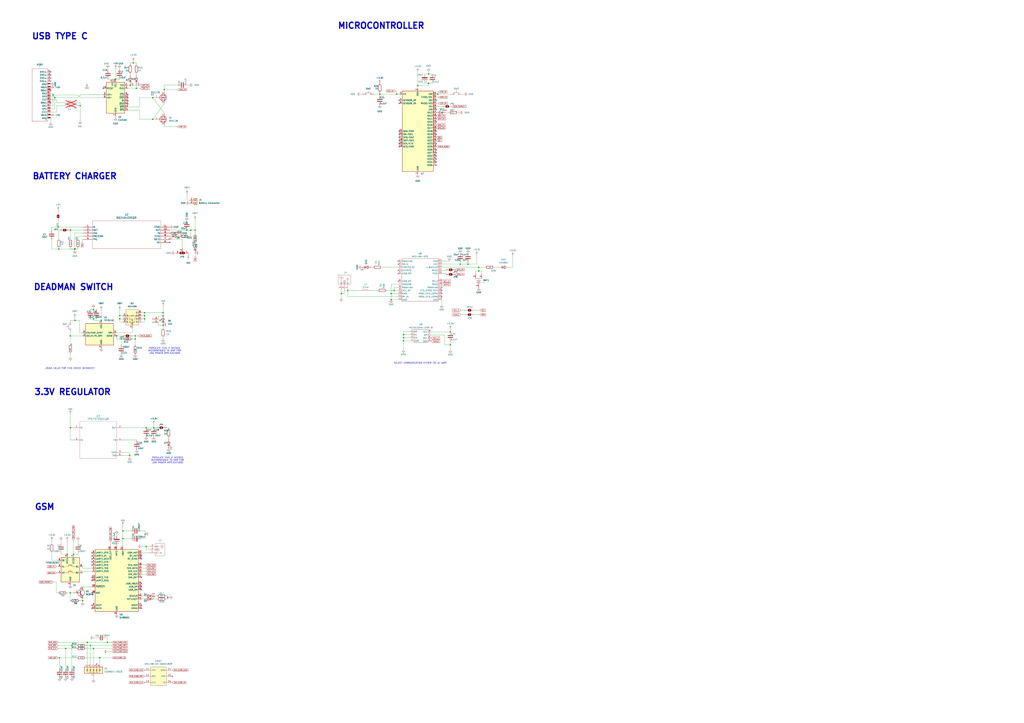
<source format=kicad_sch>
(kicad_sch (version 20250114) (generator "eeschema") (generator_version "9.0")
  (paper "A1")
  (text "POPULATE THIS IF NEEDED\nRECOMMENDED TO DNP FOR\nLOW POWER APPLICATIONS" (at 137.6266 378.2843 0) (effects (font (size 1.27 1.27))))
  (text "ASIGN VALUE FOR THIS CHECK DATASHEET" (at 57.6093 302.7881 0) (effects (font (size 1.27 1.27))))
  (text "GSM" (at 28.3107 419.5966 0) (effects (font (size 5 5) (thickness 1) (bold yes)) (justify left bottom)))
  (text "BATTERY CHARGER\n" (at 26.4184 147.8466 0) (effects (font (size 5 5) (thickness 1) (bold yes)) (justify left bottom)))
  (text "3.3V REGULATOR" (at 27.9109 325.1654 0) (effects (font (size 5 5) (thickness 1) (bold yes)) (justify left bottom)))
  (text "MICROCONTROLLER" (at 277.1732 24.158 0) (effects (font (size 5 5) (thickness 1) (bold yes)) (justify left bottom)))
  (text "SELECT COMMUNICATION EITHER I2C or UART\n" (at 345.3403 298.4307 0) (effects (font (size 1.27 1.27))))
  (text "USB TYPE C\n" (at 25.9706 32.7934 0) (effects (font (size 5 5) (thickness 1) (bold yes)) (justify left bottom)))
  (text "DEADMAN SWITCH\n" (at 27.4012 238.9275 0) (effects (font (size 5 5) (thickness 1) (bold yes)) (justify left bottom)))
  (text "POPULATE THIS IF NEEDED\nRECOMMENDED TO DNP FOR\nLOW POWER APPLICATIONS" (at 135.2211 288.3618 0) (effects (font (size 1.27 1.27))))
  (junction (at 133.9195 259.5007))
  (junction (at 285.5067 238.7244))
  (junction (at 57.9359 189.1152))
  (junction (at 119.9868 449.148))
  (junction (at 378.0093 217.1344))
  (junction (at 74.2668 530.428))
  (junction (at 331.3702 277.5585))
  (junction (at 343.0668 70.3423))
  (junction (at 111.0595 276.0107))
  (junction (at 118.6795 259.5007))
  (junction (at 57.7568 487.248))
  (junction (at 106.953 70.0986))
  (junction (at 118.6795 256.9607))
  (junction (at 160.1987 189.1152))
  (junction (at 137.7668 491.058))
  (junction (at 100.9368 436.3465))
  (junction (at 331.3702 275.0185))
  (junction (at 156.7419 189.1152))
  (junction (at 351.9568 60.8173))
  (junction (at 43.5393 78.0343))
  (junction (at 98.3595 259.5007))
  (junction (at 45.0909 80.2682))
  (junction (at 98.3595 262.0407))
  (junction (at 321.257 241.2644))
  (junction (at 76.7695 262.0407))
  (junction (at 48.8668 540.588))
  (junction (at 384.3593 217.1344))
  (junction (at 100.9368 442.6965))
  (junction (at 60.2968 455.498))
  (junction (at 369.861 272.7325))
  (junction (at 111.0595 278.5507))
  (junction (at 61.4919 204.591))
  (junction (at 47.7759 186.5752))
  (junction (at 61.4919 204.6468))
  (junction (at 125.368 98.0386))
  (junction (at 325.9218 77.3273))
  (junction (at 126.3543 351.485))
  (junction (at 133.9195 256.9607))
  (junction (at 83.1195 263.3107))
  (junction (at 351.9568 68.4373))
  (junction (at 67.9168 493.598))
  (junction (at 311.9518 77.3273))
  (junction (at 109.493 51.6836))
  (junction (at 65.8445 86.8612))
  (junction (at 55.2168 455.498))
  (junction (at 153.4399 189.1152))
  (junction (at 323.6677 238.7244))
  (junction (at 134.893 73.6546))
  (junction (at 81.8868 540.588))
  (junction (at 76.7695 254.4207))
  (junction (at 369.861 283.3455))
  (junction (at 53.9468 532.968))
  (junction (at 71.7268 527.888))
  (junction (at 76.8068 532.968))
  (junction (at 331.3702 280.0985))
  (junction (at 95.015 65.0186))
  (junction (at 61.5295 263.3107))
  (junction (at 88.2368 527.888))
  (junction (at 125.368 80.2586))
  (junction (at 95.8195 276.0107))
  (junction (at 393.1559 219.6744))
  (junction (at 393.2115 222.6598))
  (junction (at 57.7743 351.485))
  (junction (at 119.2508 438.9095))
  (junction (at 48.2839 204.591))
  (junction (at 106.5423 374.345))
  (junction (at 112.033 72.6386))
  (junction (at 321.257 246.3444))
  (junction (at 61.4919 204.5847))
  (junction (at 57.7547 276.0107))
  (junction (at 359.5768 77.3273))
  (junction (at 99.6295 278.5507))
  (junction (at 133.9195 267.3747))
  (junction (at 59.0268 530.428))
  (junction (at 118.6795 262.0407))
  (junction (at 280.3516 241.2644))
  (junction (at 120.0043 351.485))
  (no_connect (at 41.5644 64.1368))
  (no_connect (at 358.3068 123.0473))
  (no_connect (at 327.8268 110.3473))
  (no_connect (at 116.1768 482.168))
  (no_connect (at 358.3068 128.1273))
  (no_connect (at 105.048 85.3386))
  (no_connect (at 75.5368 461.848))
  (no_connect (at 116.1768 497.408))
  (no_connect (at 358.3068 110.3473))
  (no_connect (at 79.3468 545.668))
  (no_connect (at 105.048 80.2586))
  (no_connect (at 75.5368 487.248))
  (no_connect (at 41.5644 66.6768))
  (no_connect (at 116.1768 459.308))
  (no_connect (at 327.213 214.5944))
  (no_connect (at 116.1768 499.948))
  (no_connect (at 358.3068 130.6673))
  (no_connect (at 41.5644 61.5968))
  (no_connect (at 75.5368 474.548))
  (no_connect (at 358.3068 82.4073))
  (no_connect (at 327.8268 117.9673))
  (no_connect (at 75.5368 499.948))
  (no_connect (at 327.8268 112.8873))
  (no_connect (at 327.8268 82.4073))
  (no_connect (at 358.3068 107.8073))
  (no_connect (at 41.5644 74.2968))
  (no_connect (at 116.1768 479.628))
  (no_connect (at 116.1768 456.768))
  (no_connect (at 362.773 241.2644))
  (no_connect (at 105.048 82.7986))
  (no_connect (at 116.1768 484.708))
  (no_connect (at 41.5644 59.0568))
  (no_connect (at 327.213 217.1344))
  (no_connect (at 358.3068 133.2073))
  (no_connect (at 358.3068 117.9673))
  (no_connect (at 358.3068 135.7473))
  (no_connect (at 362.773 238.7244))
  (no_connect (at 327.8268 120.5073))
  (no_connect (at 327.213 224.7544))
  (no_connect (at 116.1768 474.548))
  (no_connect (at 327.213 222.2144))
  (no_connect (at 358.3068 100.1873))
  (no_connect (at 362.773 243.8044))
  (no_connect (at 75.5368 456.768))
  (no_connect (at 358.3068 90.0273))
  (no_connect (at 362.773 236.1844))
  (no_connect (at 75.5368 454.228))
  (no_connect (at 327.8268 84.9473))
  (no_connect (at 75.5368 464.388))
  (no_connect (at 327.8268 115.4273))
  (no_connect (at 327.8268 107.8073))
  (no_connect (at 327.213 231.1044))
  (no_connect (at 75.5368 459.308))
  (no_connect (at 141.5768 555.828))
  (no_connect (at 75.5368 477.088))
  (no_connect (at 84.728 72.6386))
  (no_connect (at 75.5368 497.408))
  (no_connect (at 358.3068 125.5873))
  (no_connect (at 41.5644 84.4568))
  (no_connect (at 105.048 77.7186))
  (wire (pts (xy 64.1068 455.498) (xy 60.2968 455.498)))
  (wire (pts (xy 118.6795 256.9607) (xy 133.9195 256.9607)))
  (wire (pts (xy 95.8568 438.988) (xy 95.8568 440.258)))
  (wire (pts (xy 92.0468 527.888) (xy 88.2368 527.888)))
  (wire (pts (xy 67.9168 482.168) (xy 75.5368 482.168)))
  (wire (pts (xy 48.2839 189.1152) (xy 49.2999 189.1152)))
  (wire (pts (xy 421.072 219.7013) (xy 417.3747 219.7013)))
  (wire (pts (xy 57.9359 203.8472) (xy 57.9359 204.6468)))
  (wire (pts (xy 393.1559 219.7013) (xy 393.1559 219.6744)))
  (wire (pts (xy 42.5168 460.578) (xy 47.5968 460.578)))
  (wire (pts (xy 64.0319 194.1952) (xy 64.0319 196.2272)))
  (wire (pts (xy 67.9168 493.598) (xy 67.9168 492.328)))
  (wire (pts (xy 384.3593 217.1344) (xy 384.3593 215.5538)))
  (wire (pts (xy 133.9195 256.9607) (xy 133.9195 259.5007)))
  (wire (pts (xy 118.6795 256.9607) (xy 118.6795 259.5007)))
  (wire (pts (xy 65.3768 493.598) (xy 67.9168 493.598)))
  (wire (pts (xy 106.953 70.0986) (xy 115.208 70.0986)))
  (wire (pts (xy 285.4316 238.7244) (xy 285.5067 238.7244)))
  (wire (pts (xy 126.3543 348.437) (xy 126.3543 351.485)))
  (wire (pts (xy 133.9195 267.3747) (xy 133.9195 269.6607)))
  (wire (pts (xy 137.7668 491.058) (xy 139.0368 491.058)))
  (wire (pts (xy 100.9543 374.345) (xy 106.5423 374.345)))
  (wire (pts (xy 42.5168 454.228) (xy 42.5168 460.578)))
  (wire (pts (xy 390.6972 225.1248) (xy 390.6972 222.6598)))
  (wire (pts (xy 119.9868 449.148) (xy 122.5268 449.148)))
  (wire (pts (xy 60.3143 351.485) (xy 57.7743 351.485)))
  (wire (pts (xy 325.9218 74.7873) (xy 325.9218 77.3273)))
  (wire (pts (xy 46.3268 470.738) (xy 47.5968 470.738)))
  (wire (pts (xy 74.2668 530.428) (xy 74.2668 545.668)))
  (wire (pts (xy 381.1668 77.3273) (xy 379.8968 77.3273)))
  (wire (pts (xy 156.7419 189.1152) (xy 160.1987 189.1152)))
  (wire (pts (xy 114.573 80.2586) (xy 114.573 87.8786)))
  (wire (pts (xy 47.7759 186.5752) (xy 68.3499 186.5752)))
  (wire (pts (xy 389.4781 254.974) (xy 394.1858 254.974)))
  (wire (pts (xy 57.7195 276.0107) (xy 57.7195 273.4707)))
  (wire (pts (xy 130.1095 262.2947) (xy 130.1095 259.7547)))
  (wire (pts (xy 337.1058 272.4785) (xy 331.3702 272.4785)))
  (wire (pts (xy 136.4968 492.328) (xy 137.7668 492.328)))
  (wire (pts (xy 134.893 92.9586) (xy 125.368 80.2586)))
  (wire (pts (xy 359.5768 75.4223) (xy 359.5768 77.3273)))
  (wire (pts (xy 100.8995 264.5807) (xy 98.3595 264.5807)))
  (wire (pts (xy 351.9568 60.8173) (xy 355.1318 60.8173)))
  (wire (pts (xy 76.7695 254.4207) (xy 79.3095 254.4207)))
  (wire (pts (xy 100.9368 436.3465) (xy 100.9368 442.6965)))
  (wire (pts (xy 43.5393 76.8368) (xy 43.5393 78.0343)))
  (wire (pts (xy 116.1768 489.788) (xy 118.7168 489.788)))
  (wire (pts (xy 116.1395 256.9607) (xy 118.6795 256.9607)))
  (wire (pts (xy 313.7046 219.6744) (xy 327.213 219.6744)))
  (wire (pts (xy 42.4419 186.5752) (xy 47.7759 186.5752)))
  (wire (pts (xy 105.048 72.6386) (xy 112.033 72.6386)))
  (wire (pts (xy 311.9518 77.3273) (xy 325.9218 77.3273)))
  (wire (pts (xy 41.675 97.1568) (xy 41.5644 97.1568)))
  (wire (pts (xy 61.5295 263.3107) (xy 65.3395 263.3107)))
  (wire (pts (xy 100.9361 431.5778) (xy 100.9361 436.3465)))
  (wire (pts (xy 393.1559 219.6744) (xy 393.2115 219.6744)))
  (wire (pts (xy 92.0468 530.428) (xy 74.2668 530.428)))
  (wire (pts (xy 118.6795 264.5807) (xy 116.1395 264.5807)))
  (wire (pts (xy 41.5644 81.9168) (xy 46.588 81.9168)))
  (wire (pts (xy 64.1068 454.228) (xy 64.1068 455.498)))
  (wire (pts (xy 139.4699 189.1152) (xy 153.4399 189.1152)))
  (wire (pts (xy 105.048 90.4186) (xy 114.573 90.4186)))
  (wire (pts (xy 106.953 52.9536) (xy 106.953 51.6836)))
  (wire (pts (xy 48.2839 204.591) (xy 61.4919 204.591)))
  (wire (pts (xy 48.8668 540.588) (xy 62.8368 540.588)))
  (wire (pts (xy 118.6795 259.5007) (xy 118.6795 262.0407)))
  (wire (pts (xy 99.6295 278.5507) (xy 99.6295 283.6307)))
  (wire (pts (xy 83.1195 254.4207) (xy 83.1195 263.3107)))
  (wire (pts (xy 68.3499 189.1152) (xy 57.9359 189.1152)))
  (wire (pts (xy 76.8068 532.968) (xy 76.8068 545.668)))
  (wire (pts (xy 369.861 270.3828) (xy 369.861 272.7325)))
  (wire (pts (xy 106.5423 374.345) (xy 106.5423 375.869)))
  (wire (pts (xy 98.3595 259.5007) (xy 100.8995 259.5007)))
  (wire (pts (xy 119.2508 436.3465) (xy 119.2508 438.9095)))
  (wire (pts (xy 106.5423 371.805) (xy 106.5423 374.345)))
  (wire (pts (xy 46.588 92.0768) (xy 46.588 86.8612)))
  (wire (pts (xy 112.033 69.4636) (xy 112.033 72.6386)))
  (wire (pts (xy 108.5195 273.4707) (xy 108.5195 269.6607)))
  (wire (pts (xy 84.728 77.7186) (xy 79.9516 77.7186)))
  (wire (pts (xy 63.3045 86.8612) (xy 65.8445 86.8612)) (stroke (width 0.1524)))
  (wire (pts (xy 348.7818 60.8173) (xy 351.9568 60.8173)))
  (wire (pts (xy 48.8668 549.478) (xy 48.8668 540.588)))
  (wire (pts (xy 113.5995 276.0107) (xy 111.0595 276.0107)))
  (wire (pts (xy 60.2968 444.068) (xy 60.2968 455.498)))
  (wire (pts (xy 46.588 81.9168) (xy 46.588 84.3212)))
  (wire (pts (xy 111.0595 276.0107) (xy 111.0595 278.5507)))
  (wire (pts (xy 405.9633 219.7013) (xy 409.7547 219.7013)))
  (wire (pts (xy 337.1058 277.5585) (xy 331.3702 277.5585)))
  (wire (pts (xy 88.665 56.1286) (xy 88.665 57.3986)))
  (wire (pts (xy 321.257 241.2644) (xy 321.257 246.3444)))
  (wire (pts (xy 282.8916 238.7244) (xy 282.8916 241.2644)))
  (wire (pts (xy 67.9168 494.868) (xy 67.9168 493.598)))
  (wire (pts (xy 351.9568 70.3423) (xy 343.0668 70.3423)))
  (wire (pts (xy 351.9568 58.9123) (xy 351.9568 60.8173)))
  (wire (pts (xy 343.0668 58.9123) (xy 343.0668 70.3423)))
  (wire (pts (xy 362.773 222.2144) (xy 366.3233 222.2144)))
  (wire (pts (xy 369.7368 77.3273) (xy 359.5768 77.3273)))
  (wire (pts (xy 153.4399 189.1152) (xy 156.7419 189.1152)))
  (wire (pts (xy 376.0868 92.5673) (xy 377.3568 92.5673)))
  (wire (pts (xy 79.9516 77.746) (xy 66.1903 77.746)))
  (wire (pts (xy 48.2839 203.8472) (xy 48.2839 204.591)))
  (wire (pts (xy 317.6618 238.7244) (xy 323.6677 238.7244)))
  (wire (pts (xy 358.3068 79.8673) (xy 360.2118 79.8673)))
  (wire (pts (xy 421.072 210.2987) (xy 421.072 219.7013)))
  (wire (pts (xy 53.9468 549.478) (xy 53.9468 532.968)))
  (wire (pts (xy 327.213 241.2644) (xy 321.257 241.2644)))
  (wire (pts (xy 108.5195 276.0107) (xy 111.0595 276.0107)))
  (wire (pts (xy 63.6564 80.2799) (xy 45.1026 80.2799)))
  (wire (pts (xy 391.5136 217.1344) (xy 384.3593 217.1344)))
  (wire (pts (xy 98.3595 254.4207) (xy 98.3595 259.5007)))
  (wire (pts (xy 160.2979 200.5452) (xy 160.2979 200.0372)))
  (wire (pts (xy 60.3143 361.645) (xy 57.7743 361.645)))
  (wire (pts (xy 76.8068 558.368) (xy 76.8068 555.828)))
  (wire (pts (xy 111.0595 278.5507) (xy 111.0595 283.6307)))
  (wire (pts (xy 115.4408 436.3465) (xy 119.2508 436.3465)))
  (wire (pts (xy 41.5644 89.5368) (xy 45.0909 89.5368)))
  (wire (pts (xy 74.2295 254.4207) (xy 76.7695 254.4207)))
  (wire (pts (xy 61.4919 204.6468) (xy 61.4919 205.8792)))
  (wire (pts (xy 134.893 104.1346) (xy 134.893 103.1186)))
  (wire (pts (xy 45.1026 80.2799) (xy 45.0909 80.2682)))
  (wire (pts (xy 76.7695 263.3107) (xy 83.1195 263.3107)))
  (wire (pts (xy 112.033 51.6836) (xy 112.033 52.9536)))
  (wire (pts (xy 75.5368 469.468) (xy 67.9168 469.468)))
  (wire (pts (xy 65.8445 86.8612) (xy 65.8445 99.5612)) (stroke (width 0.1524)))
  (wire (pts (xy 76.8068 524.078) (xy 79.3468 524.078)))
  (wire (pts (xy 395.7772 222.6598) (xy 393.2115 222.6598)))
  (wire (pts (xy 94.888 95.4986) (xy 94.888 96.7686)))
  (wire (pts (xy 136.2603 351.485) (xy 138.5463 351.485)))
  (wire (pts (xy 321.257 246.3444) (xy 327.213 246.3444)))
  (wire (pts (xy 365.2314 283.3455) (xy 369.861 283.3455)))
  (wire (pts (xy 74.2295 262.0407) (xy 76.7695 262.0407)))
  (wire (pts (xy 112.033 72.6386) (xy 115.208 72.6386)))
  (wire (pts (xy 76.7695 262.0407) (xy 79.3095 262.0407)))
  (wire (pts (xy 67.537 196.7352) (xy 68.3499 196.7352)))
  (wire (pts (xy 41.5644 86.9968) (xy 43.5393 86.9968)))
  (wire (pts (xy 43.7868 478.358) (xy 46.3268 478.358)))
  (wire (pts (xy 106.953 69.4636) (xy 106.953 70.0986)))
  (wire (pts (xy 45.0909 79.3768) (xy 41.5644 79.3768)))
  (wire (pts (xy 76.7695 262.0407) (xy 76.7695 263.3107)))
  (wire (pts (xy 45.0909 80.2682) (xy 45.0909 79.3768)))
  (wire (pts (xy 100.9543 371.805) (xy 106.5423 371.805)))
  (wire (pts (xy 84.728 80.2586) (xy 79.9516 80.2586)))
  (wire (pts (xy 81.8868 540.588) (xy 81.8868 545.668)))
  (wire (pts (xy 95.8195 278.5507) (xy 99.6295 278.5507)))
  (wire (pts (xy 50.1368 444.068) (xy 50.1368 446.608)))
  (wire (pts (xy 45.0909 80.2682) (xy 45.0909 89.5368)))
  (wire (pts (xy 145.942 69.8446) (xy 134.893 69.8446)))
  (wire (pts (xy 149.6299 204.1012) (xy 149.6299 196.7352)))
  (wire (pts (xy 156.7419 194.1952) (xy 156.7419 189.1152)))
  (wire (pts (xy 130.1095 264.8347) (xy 130.1095 267.3747)))
  (wire (pts (xy 105.048 87.8786) (xy 114.573 87.8786)))
  (wire (pts (xy 398.3433 219.7013) (xy 393.1559 219.7013)))
  (wire (pts (xy 282.8916 241.2644) (xy 280.3516 241.2644)))
  (wire (pts (xy 133.9572 256.9607) (xy 133.9195 256.9607)))
  (wire (pts (xy 137.7668 492.328) (xy 137.7668 491.058)))
  (wire (pts (xy 90.7768 445.338) (xy 90.7768 449.148)))
  (wire (pts (xy 378.0093 215.5538) (xy 378.0093 217.1344)))
  (wire (pts (xy 42.5168 444.068) (xy 42.5168 446.608)))
  (wire (pts (xy 116.1768 454.228) (xy 122.5268 454.228)))
  (wire (pts (xy 137.7668 489.788) (xy 137.7668 491.058)))
  (wire (pts (xy 43.5425 78.0311) (xy 43.5393 78.0343)))
  (wire (pts (xy 120.0043 351.485) (xy 126.3543 351.485)))
  (wire (pts (xy 134.893 73.6546) (xy 145.942 73.6546)))
  (wire (pts (xy 88.2368 535.508) (xy 92.0468 535.508)))
  (wire (pts (xy 153.562 69.8446) (xy 155.467 69.8446)))
  (wire (pts (xy 70.4568 540.588) (xy 81.8868 540.588)))
  (wire (pts (xy 57.7547 282.7782) (xy 57.7547 276.0107)))
  (wire (pts (xy 354.1238 275.2725) (xy 365.2314 275.2725)))
  (wire (pts (xy 43.5393 76.8368) (xy 41.5644 76.8368)))
  (wire (pts (xy 116.1395 259.5007) (xy 118.6795 259.5007)))
  (wire (pts (xy 360.2118 75.4223) (xy 359.5768 75.4223)))
  (wire (pts (xy 331.3702 272.4785) (xy 331.3702 275.0185)))
  (wire (pts (xy 75.5368 466.928) (xy 67.9168 466.928)))
  (wire (pts (xy 79.9516 77.7186) (xy 79.9516 77.746)))
  (wire (pts (xy 138.5463 351.485) (xy 138.5463 351.993)))
  (wire (pts (xy 354.1238 272.7325) (xy 369.861 272.7325)))
  (wire (pts (xy 66.1294 80.286) (xy 63.8745 78.0311)))
  (wire (pts (xy 362.773 219.6744) (xy 393.1559 219.6744)))
  (wire (pts (xy 324.6518 74.7873) (xy 325.9218 74.7873)))
  (wire (pts (xy 366.3233 224.7544) (xy 366.3233 225.5)))
  (wire (pts (xy 95.8195 273.4707) (xy 108.5195 273.4707)))
  (wire (pts (xy 133.9195 259.5007) (xy 133.9195 259.7547)))
  (wire (pts (xy 362.773 217.1344) (xy 378.0093 217.1344)))
  (wire (pts (xy 351.9568 68.4373) (xy 355.1318 68.4373)))
  (wire (pts (xy 155.2179 194.1952) (xy 156.7419 194.1952)))
  (wire (pts (xy 57.7568 487.248) (xy 60.2968 487.248)))
  (wire (pts (xy 46.3268 465.658) (xy 47.5968 465.658)))
  (wire (pts (xy 106.953 51.6836) (xy 109.493 51.6836)))
  (wire (pts (xy 136.4968 489.788) (xy 137.7668 489.788)))
  (wire (pts (xy 337.1058 280.0985) (xy 331.3702 280.0985)))
  (wire (pts (xy 107.8208 436.3465) (xy 100.9368 436.3465)))
  (wire (pts (xy 280.3516 241.2644) (xy 280.3516 238.7244)))
  (wire (pts (xy 57.7568 487.248) (xy 55.2168 487.248)))
  (wire (pts (xy 46.3268 478.358) (xy 46.3268 487.248)))
  (wire (pts (xy 112.033 60.5736) (xy 112.033 61.8436)))
  (wire (pts (xy 348.7818 68.4373) (xy 351.9568 68.4373)))
  (wire (pts (xy 378.0093 217.1344) (xy 384.3593 217.1344)))
  (wire (pts (xy 118.6795 262.0407) (xy 118.6795 264.5807)))
  (wire (pts (xy 369.861 283.3455) (xy 369.861 287.6467)))
  (wire (pts (xy 46.3268 487.248) (xy 47.5968 487.248)))
  (wire (pts (xy 323.6677 238.7244) (xy 327.213 238.7244)))
  (wire (pts (xy 116.1768 449.148) (xy 119.9868 449.148)))
  (wire (pts (xy 119.9868 451.688) (xy 119.9868 449.148)))
  (wire (pts (xy 311.9518 76.0573) (xy 311.9518 77.3273)))
  (wire (pts (xy 126.3368 492.328) (xy 128.8768 492.328)))
  (wire (pts (xy 325.9218 77.3273) (xy 327.8268 77.3273)))
  (wire (pts (xy 133.9572 251.2275) (xy 133.9572 256.9607)))
  (wire (pts (xy 365.2314 275.2725) (xy 365.2314 283.3455)))
  (wire (pts (xy 126.3368 489.788) (xy 128.8768 489.788)))
  (wire (pts (xy 67.9168 469.468) (xy 67.9168 470.738)))
  (wire (pts (xy 46.588 86.8612) (xy 53.1445 86.8612)))
  (wire (pts (xy 98.3595 264.5807) (xy 98.3595 262.0407)))
  (wire (pts (xy 47.5968 540.588) (xy 48.8668 540.588)))
  (wire (pts (xy 327.213 233.6444) (xy 321.257 233.6444)))
  (wire (pts (xy 47.5968 527.888) (xy 71.7268 527.888)))
  (wire (pts (xy 79.9516 80.286) (xy 66.1294 80.286)))
  (wire (pts (xy 95.8195 276.0107) (xy 100.8995 276.0107)))
  (wire (pts (xy 134.893 85.3386) (xy 125.368 98.0386)))
  (wire (pts (xy 61.4919 204.591) (xy 61.4919 204.6468)))
  (wire (pts (xy 390.6972 222.6598) (xy 393.2115 222.6598)))
  (wire (pts (xy 57.7568 493.598) (xy 57.7568 487.248)))
  (wire (pts (xy 116.1768 472.008) (xy 119.9868 472.008)))
  (wire (pts (xy 114.573 90.4186) (xy 114.573 98.0386)))
  (wire (pts (xy 50.1368 455.498) (xy 50.1368 454.228)))
  (wire (pts (xy 378.6438 258.5942) (xy 381.758 258.5942)))
  (wire (pts (xy 130.1095 259.7547) (xy 133.9195 259.7547)))
  (wire (pts (xy 307.5068 77.3273) (xy 311.9518 77.3273)))
  (wire (pts (xy 98.063 65.0186) (xy 95.015 65.0186)))
  (wire (pts (xy 57.9359 204.6468) (xy 61.4919 204.6468)))
  (wire (pts (xy 311.9518 77.3273) (xy 311.9518 78.5973)))
  (wire (pts (xy 126.3543 351.485) (xy 128.6403 351.485)))
  (wire (pts (xy 59.0268 549.478) (xy 59.0268 530.428)))
  (wire (pts (xy 327.213 236.1844) (xy 323.6677 236.1844)))
  (wire (pts (xy 95.015 56.1286) (xy 95.015 65.0186)))
  (wire (pts (xy 134.893 104.1346) (xy 145.942 104.1346)))
  (wire (pts (xy 393.2115 219.6744) (xy 393.2115 222.6598)))
  (wire (pts (xy 153.595 159.2497) (xy 153.595 164.3502)))
  (wire (pts (xy 296.0768 77.3273) (xy 297.3468 77.3273)))
  (wire (pts (xy 65.3395 263.3107) (xy 65.3395 273.4707)))
  (wire (pts (xy 57.7195 276.0107) (xy 57.7547 276.0107)))
  (wire (pts (xy 365.9268 92.5673) (xy 368.4668 92.5673)))
  (wire (pts (xy 98.063 57.3986) (xy 98.063 56.1286)))
  (wire (pts (xy 64.0319 203.8472) (xy 64.0319 204.5847)))
  (wire (pts (xy 92.0468 532.968) (xy 76.8068 532.968)))
  (wire (pts (xy 42.4419 189.3692) (xy 42.4419 186.5752)))
  (wire (pts (xy 160.1987 189.1152) (xy 160.2979 189.1152)))
  (wire (pts (xy 63.3045 84.3212) (xy 65.8445 84.3212)) (stroke (width 0.1524)))
  (wire (pts (xy 53.9468 532.968) (xy 62.8368 532.968)))
  (wire (pts (xy 114.573 98.0386) (xy 125.368 98.0386)))
  (wire (pts (xy 61.5295 260.7707) (xy 61.5295 263.3107)))
  (wire (pts (xy 57.7743 340.055) (xy 57.7743 351.485)))
  (wire (pts (xy 134.893 73.6546) (xy 134.893 75.1786)))
  (wire (pts (xy 138.5463 359.613) (xy 138.5463 360.883)))
  (wire (pts (xy 369.861 280.3525) (xy 369.861 283.3455)))
  (wire (pts (xy 95.015 65.0186) (xy 94.888 65.0186)))
  (wire (pts (xy 100.9543 351.485) (xy 120.0043 351.485)))
  (wire (pts (xy 321.257 233.6444) (xy 321.257 241.2644)))
  (wire (pts (xy 88.2368 527.888) (xy 71.7268 527.888)))
  (wire (pts (xy 68.3499 191.6552) (xy 61.4919 191.6552)))
  (wire (pts (xy 358.3068 84.9473) (xy 360.2118 84.9473)))
  (wire (pts (xy 61.4919 204.5847) (xy 61.4919 204.591)))
  (wire (pts (xy 105.048 70.0986) (xy 106.953 70.0986)))
  (wire (pts (xy 106.953 60.5736) (xy 106.953 61.8436)))
  (wire (pts (xy 70.4568 530.428) (xy 74.2668 530.428)))
  (wire (pts (xy 61.4919 204.5847) (xy 64.0319 204.5847)))
  (wire (pts (xy 116.1768 469.468) (xy 119.9868 469.468)))
  (wire (pts (xy 122.5268 451.688) (xy 119.9868 451.688)))
  (wire (pts (xy 112.3843 361.645) (xy 112.3843 362.153)))
  (wire (pts (xy 65.8445 84.3212) (xy 65.8445 86.8612)) (stroke (width 0.1524)))
  (wire (pts (xy 116.1768 492.328) (xy 118.7168 492.328)))
  (wire (pts (xy 323.6677 236.1844) (xy 323.6677 238.7244)))
  (wire (pts (xy 99.6295 278.5507) (xy 100.8995 278.5507)))
  (wire (pts (xy 116.1395 262.0407) (xy 118.6795 262.0407)))
  (wire (pts (xy 358.3068 87.4873) (xy 363.519 87.4873)))
  (wire (pts (xy 57.7743 351.485) (xy 57.7743 361.645)))
  (wire (pts (xy 149.6299 196.7352) (xy 139.4699 196.7352)))
  (wire (pts (xy 59.0268 530.428) (xy 62.8368 530.428)))
  (wire (pts (xy 116.1768 464.388) (xy 119.9868 464.388)))
  (wire (pts (xy 48.2839 196.2272) (xy 48.2839 189.1152)))
  (wire (pts (xy 100.8995 262.0407) (xy 98.3595 262.0407)))
  (wire (pts (xy 57.7547 276.0107) (xy 67.8795 276.0107)))
  (wire (pts (xy 57.7547 290.3982) (xy 57.7547 293.4199)))
  (wire (pts (xy 134.893 69.8446) (xy 134.893 73.6546)))
  (wire (pts (xy 395.7772 225.1248) (xy 395.7772 222.6598)))
  (wire (pts (xy 64.1068 444.068) (xy 64.1068 446.608)))
  (wire (pts (xy 133.9195 267.1207) (xy 133.9195 267.3747)))
  (wire (pts (xy 351.9568 68.4373) (xy 351.9568 70.3423)))
  (wire (pts (xy 108.5195 278.5507) (xy 111.0595 278.5507)))
  (wire (pts (xy 331.3702 277.5585) (xy 331.3702 280.0985)))
  (wire (pts (xy 366.3233 222.2144) (xy 366.3233 221.7296)))
  (wire (pts (xy 47.7759 181.6222) (xy 47.7759 186.5752)))
  (wire (pts (xy 130.1095 267.3747) (xy 133.9195 267.3747)))
  (wire (pts (xy 107.8208 442.6965) (xy 100.9368 442.6965)))
  (wire (pts (xy 95.8568 447.878) (xy 95.8568 449.148)))
  (wire (pts (xy 362.773 224.7544) (xy 366.3233 224.7544)))
  (wire (pts (xy 55.2168 444.068) (xy 55.2168 455.498)))
  (wire (pts (xy 160.1987 180.3231) (xy 160.1987 189.1152)))
  (wire (pts (xy 41.675 100.5786) (xy 41.675 97.1568)))
  (wire (pts (xy 378.6141 254.974) (xy 381.8581 254.974)))
  (wire (pts (xy 63.8745 78.0311) (xy 43.5425 78.0311)))
  (wire (pts (xy 304.0908 238.7244) (xy 310.0418 238.7244)))
  (wire (pts (xy 100.9368 442.6965) (xy 100.9368 449.148)))
  (wire (pts (xy 147.0899 194.1952) (xy 147.5979 194.1952)))
  (wire (pts (xy 116.1768 466.928) (xy 119.9868 466.928)))
  (wire (pts (xy 109.493 50.4136) (xy 109.493 51.6836)))
  (wire (pts (xy 125.368 98.0386) (xy 127.273 98.0386)))
  (wire (pts (xy 81.8868 540.588) (xy 92.0468 540.588)))
  (wire (pts (xy 337.1058 275.0185) (xy 331.3702 275.0185)))
  (wire (pts (xy 67.9168 466.928) (xy 67.9168 465.658)))
  (wire (pts (xy 160.2979 208.1652) (xy 160.2979 210.9592)))
  (wire (pts (xy 119.2508 438.9095) (xy 119.2508 442.6965)))
  (wire (pts (xy 67.537 199.2781) (xy 67.537 196.7352)))
  (wire (pts (xy 100.9361 436.3465) (xy 100.9368 436.3465)))
  (wire (pts (xy 115.4408 442.6965) (xy 119.2508 442.6965)))
  (wire (pts (xy 86.9668 524.078) (xy 88.2368 524.078)))
  (wire (pts (xy 66.1903 77.746) (xy 63.6564 80.2799)))
  (wire (pts (xy 160.2979 189.1152) (xy 160.2979 192.4172)))
  (wire (pts (xy 280.3516 245.0744) (xy 280.3516 241.2644)))
  (wire (pts (xy 109.493 51.6836) (xy 112.033 51.6836)))
  (wire (pts (xy 362.773 214.5944) (xy 369.1469 214.5944)))
  (wire (pts (xy 389.378 258.5942) (xy 394.1858 258.5942)))
  (wire (pts (xy 100.9543 361.645) (xy 112.3843 361.645)))
  (wire (pts (xy 71.7268 527.888) (xy 71.7268 545.668)))
  (wire (pts (xy 125.368 80.2586) (xy 127.273 80.2586)))
  (wire (pts (xy 55.2168 455.498) (xy 50.1368 455.498)))
  (wire (pts (xy 79.9516 80.2586) (xy 79.9516 80.286)))
  (wire (pts (xy 88.665 65.0186) (xy 92.348 65.0186)))
  (wire (pts (xy 327.213 243.8044) (xy 285.5067 243.8044)))
  (wire (pts (xy 57.9359 189.1152) (xy 57.9359 196.2272)))
  (wire (pts (xy 362.773 246.3444) (xy 362.773 250.6526)))
  (wire (pts (xy 95.8195 278.5507) (xy 95.8195 276.0107)))
  (wire (pts (xy 42.4419 196.9892) (xy 42.4419 204.591)))
  (wire (pts (xy 143.5339 207.9112) (xy 144.5499 207.9112)))
  (wire (pts (xy 68.3499 194.1952) (xy 64.0319 194.1952)))
  (wire (pts (xy 98.3595 262.0407) (xy 98.3595 259.5007)))
  (wire (pts (xy 359.5768 77.3273) (xy 358.3068 77.3273)))
  (wire (pts (xy 47.5968 530.428) (xy 59.0268 530.428)))
  (wire (pts (xy 391.5136 209.4865) (xy 391.5136 217.1344)))
  (wire (pts (xy 331.3702 275.0185) (xy 331.3702 277.5585)))
  (wire (pts (xy 70.4568 532.968) (xy 76.8068 532.968)))
  (wire (pts (xy 65.3395 273.4707) (xy 67.8795 273.4707)))
  (wire (pts (xy 153.595 164.3502) (xy 155.4719 164.3502)))
  (wire (pts (xy 56.9199 189.1152) (xy 57.9359 189.1152)))
  (wire (pts (xy 61.4919 191.6552) (xy 61.4919 204.5847)))
  (wire (pts (xy 285.5067 243.8044) (xy 285.5067 238.7244)))
  (wire (pts (xy 46.588 84.3212) (xy 53.1445 84.3212)))
  (wire (pts (xy 114.573 80.2586) (xy 125.368 80.2586)))
  (wire (pts (xy 88.2368 524.078) (xy 88.2368 527.888)))
  (wire (pts (xy 133.9195 278.5507) (xy 133.9195 277.2807)))
  (wire (pts (xy 43.5393 78.0343) (xy 43.5393 86.9968)))
  (wire (pts (xy 47.7759 172.7322) (xy 47.7759 174.0022)))
  (wire (pts (xy 154.7099 207.9112) (xy 154.7099 209.6892)))
  (wire (pts (xy 57.7195 263.3107) (xy 61.5295 263.3107)))
  (wire (pts (xy 331.3702 280.0985) (xy 331.3702 287.3927)))
  (wire (pts (xy 42.4419 204.591) (xy 48.2839 204.591)))
  (wire (pts (xy 76.7695 253.1507) (xy 76.7695 254.4207)))
  (wire (pts (xy 343.0668 70.3423) (xy 343.0668 72.2473)))
  (wire (pts (xy 47.5968 532.968) (xy 53.9468 532.968)))
  (wire (pts (xy 285.5067 238.7244) (xy 296.4708 238.7244)))
  (wire (pts (xy 41.5644 92.0768) (xy 46.588 92.0768)))
  (wire (pts (xy 306.0846 219.6744) (xy 304.8146 219.6744)))
  (global_label "SCL2" (shape input) (at 354.1238 277.8125 0) (property "Intersheetrefs" "${INTERSHEET_REFS}" (effects (hide yes))))
  (global_label "ESP_TX" (shape input) (at 115.208 72.6386 0) (effects (font (size 1 1))) (property "Intersheetrefs" "${INTERSHEET_REFS}" (effects (hide yes))))
  (global_label "GPS_RX" (shape input) (at 358.3068 105.2673 0) (effects (font (size 1 1))) (property "Intersheetrefs" "${INTERSHEET_REFS}" (effects (hide yes))))
  (global_label "SCL2" (shape input) (at 378.6141 254.974 180) (property "Intersheetrefs" "${INTERSHEET_REFS}" (effects (hide yes))))
  (global_label "GPS_TX" (shape input) (at 358.3068 102.7273 0) (effects (font (size 1 1))) (property "Intersheetrefs" "${INTERSHEET_REFS}" (effects (hide yes))))
  (global_label "SIM_RST" (shape input) (at 119.9868 472.008 0) (effects (font (size 1 1))) (property "Intersheetrefs" "${INTERSHEET_REFS}" (effects (hide yes))))
  (global_label "SIM_VDD" (shape input) (at 119.9868 464.388 0) (effects (font (size 1 1))) (property "Intersheetrefs" "${INTERSHEET_REFS}" (effects (hide yes))))
  (global_label "SIM_CARD_GND" (shape input) (at 141.5768 550.748 0) (effects (font (size 1 1))) (property "Intersheetrefs" "${INTERSHEET_REFS}" (effects (hide yes))))
  (global_label "SIM_CARD_CLK" (shape input) (at 118.7168 560.908 180) (effects (font (size 1 1))) (property "Intersheetrefs" "${INTERSHEET_REFS}" (effects (hide yes))))
  (global_label "GSM_PWRKEY" (shape input) (at 371.139 87.4873 0) (effects (font (size 1 1))) (property "Intersheetrefs" "${INTERSHEET_REFS}" (effects (hide yes))))
  (global_label "ESP_RX" (shape input) (at 115.208 70.0986 0) (effects (font (size 1 1))) (property "Intersheetrefs" "${INTERSHEET_REFS}" (effects (hide yes))))
  (global_label "ESP_EN" (shape input) (at 145.942 73.6546 0) (effects (font (size 1 1))) (property "Intersheetrefs" "${INTERSHEET_REFS}" (effects (hide yes))))
  (global_label "ESP_TX" (shape input) (at 360.2118 79.8673 0) (effects (font (size 1 1))) (property "Intersheetrefs" "${INTERSHEET_REFS}" (effects (hide yes))))
  (global_label "SIM_RST" (shape input) (at 47.5968 530.428 180) (effects (font (size 1 1))) (property "Intersheetrefs" "${INTERSHEET_REFS}" (effects (hide yes))))
  (global_label "SIM_CARD_VCC" (shape input) (at 92.0468 527.888 0) (effects (font (size 1 1))) (property "Intersheetrefs" "${INTERSHEET_REFS}" (effects (hide yes))))
  (global_label "ESP_RX" (shape input) (at 360.2118 84.9473 0) (effects (font (size 1 1))) (property "Intersheetrefs" "${INTERSHEET_REFS}" (effects (hide yes))))
  (global_label "GSM_RX" (shape input) (at 46.3268 470.738 180) (effects (font (size 1 1))) (property "Intersheetrefs" "${INTERSHEET_REFS}" (effects (hide yes))))
  (global_label "SIM_CARD_RST" (shape input) (at 118.7168 555.828 180) (effects (font (size 1 1))) (property "Intersheetrefs" "${INTERSHEET_REFS}" (effects (hide yes))))
  (global_label "SIM_CARD_IO" (shape input) (at 141.5768 560.908 0) (effects (font (size 1 1))) (property "Intersheetrefs" "${INTERSHEET_REFS}" (effects (hide yes))))
  (global_label "PG" (shape input) (at 67.537 199.2781 270) (effects (font (size 1 1))) (property "Intersheetrefs" "${INTERSHEET_REFS}" (effects (hide yes))))
  (global_label "SIM_DAT" (shape input) (at 119.9868 466.928 0) (effects (font (size 1 1))) (property "Intersheetrefs" "${INTERSHEET_REFS}" (effects (hide yes))))
  (global_label "GSM_VDD_2V8" (shape input) (at 60.2968 444.068 90) (effects (font (size 1 1))) (property "Intersheetrefs" "${INTERSHEET_REFS}" (effects (hide yes))))
  (global_label "TIMER_DONE" (shape input) (at 358.3068 120.5073 0) (effects (font (size 1 1))) (property "Intersheetrefs" "${INTERSHEET_REFS}" (effects (hide yes))))
  (global_label "SCL" (shape input) (at 358.3068 115.4273 0) (effects (font (size 1 1))) (property "Intersheetrefs" "${INTERSHEET_REFS}" (effects (hide yes))))
  (global_label "SIM_CLK" (shape input) (at 119.9868 469.468 0) (effects (font (size 1 1))) (property "Intersheetrefs" "${INTERSHEET_REFS}" (effects (hide yes))))
  (global_label "SIM_CLK" (shape input) (at 47.5968 532.968 180) (effects (font (size 1 1))) (property "Intersheetrefs" "${INTERSHEET_REFS}" (effects (hide yes))))
  (global_label "SIM_CARD_RST" (shape input) (at 92.0468 530.428 0) (effects (font (size 1 1))) (property "Intersheetrefs" "${INTERSHEET_REFS}" (effects (hide yes))))
  (global_label "GPS_TX" (shape input) (at 373.9433 225.5 0) (effects (font (size 1 1))) (property "Intersheetrefs" "${INTERSHEET_REFS}" (effects (hide yes))))
  (global_label "SIM_VDD" (shape input) (at 47.5968 527.888 180) (effects (font (size 1 1))) (property "Intersheetrefs" "${INTERSHEET_REFS}" (effects (hide yes))))
  (global_label "SDA" (shape input) (at 394.1858 258.5942 0) (effects (font (size 1 1))) (property "Intersheetrefs" "${INTERSHEET_REFS}" (effects (hide yes))))
  (global_label "PG" (shape input) (at 160.2979 210.9592 270) (effects (font (size 1 1))) (property "Intersheetrefs" "${INTERSHEET_REFS}" (effects (hide yes))))
  (global_label "SDA2" (shape input) (at 362.773 233.6444 0) (property "Intersheetrefs" "${INTERSHEET_REFS}" (effects (hide yes))))
  (global_label "SIM_CARD_IO" (shape input) (at 92.0468 540.588 0) (effects (font (size 1 1))) (property "Intersheetrefs" "${INTERSHEET_REFS}" (effects (hide yes))))
  (global_label "GSM_PWRKEY" (shape input) (at 43.7868 478.358 180) (effects (font (size 1 1))) (property "Intersheetrefs" "${INTERSHEET_REFS}" (effects (hide yes))))
  (global_label "SIM_CARD_CLK" (shape input) (at 92.0468 532.968 0) (effects (font (size 1 1))) (property "Intersheetrefs" "${INTERSHEET_REFS}" (effects (hide yes))))
  (global_label "SIM_DAT" (shape input) (at 47.5968 540.588 180) (effects (font (size 1 1))) (property "Intersheetrefs" "${INTERSHEET_REFS}" (effects (hide yes))))
  (global_label "SCL" (shape input) (at 394.1858 254.974 0) (effects (font (size 1 1))) (property "Intersheetrefs" "${INTERSHEET_REFS}" (effects (hide yes))))
  (global_label "SDA2" (shape input) (at 354.1238 280.3525 0) (property "Intersheetrefs" "${INTERSHEET_REFS}" (effects (hide yes))))
  (global_label "SCL2" (shape input) (at 362.773 231.1044 0) (property "Intersheetrefs" "${INTERSHEET_REFS}" (effects (hide yes))))
  (global_label "TIMER_DONE" (shape input) (at 113.5995 276.0107 0) (effects (font (size 1 1))) (property "Intersheetrefs" "${INTERSHEET_REFS}" (effects (hide yes))))
  (global_label "ESP_I0" (shape input) (at 145.942 104.1346 0) (effects (font (size 1 1))) (property "Intersheetrefs" "${INTERSHEET_REFS}" (effects (hide yes))))
  (global_label "GSM_RX" (shape input) (at 358.3068 97.6473 0) (effects (font (size 1 1))) (property "Intersheetrefs" "${INTERSHEET_REFS}" (effects (hide yes))))
  (global_label "SIM_CARD_VCC" (shape input) (at 118.7168 550.748 180) (effects (font (size 1 1))) (property "Intersheetrefs" "${INTERSHEET_REFS}" (effects (hide yes))))
  (global_label "SIM_CARD_GND" (shape input) (at 92.0468 535.508 0) (effects (font (size 1 1))) (property "Intersheetrefs" "${INTERSHEET_REFS}" (effects (hide yes))))
  (global_label "GPS_RX" (shape input) (at 373.9433 221.7296 0) (effects (font (size 1 1))) (property "Intersheetrefs" "${INTERSHEET_REFS}" (effects (hide yes))))
  (global_label "GSM_VDD_2V8" (shape input) (at 90.7768 445.338 90) (effects (font (size 1 1))) (property "Intersheetrefs" "${INTERSHEET_REFS}" (effects (hide yes))))
  (global_label "GSM_TX" (shape input) (at 46.3268 465.658 180) (effects (font (size 1 1))) (property "Intersheetrefs" "${INTERSHEET_REFS}" (effects (hide yes))))
  (global_label "SDA2" (shape input) (at 378.6438 258.5942 180) (property "Intersheetrefs" "${INTERSHEET_REFS}" (effects (hide yes))))
  (global_label "GSM_TX" (shape input) (at 358.3068 95.1073 0) (effects (font (size 1 1))) (property "Intersheetrefs" "${INTERSHEET_REFS}" (effects (hide yes))))
  (global_label "ESP_EN" (shape input) (at 324.6518 74.7873 180) (effects (font (size 1 1))) (property "Intersheetrefs" "${INTERSHEET_REFS}" (effects (hide yes))))
  (global_label "SDA" (shape input) (at 358.3068 112.8873 0) (effects (font (size 1 1))) (property "Intersheetrefs" "${INTERSHEET_REFS}" (effects (hide yes))))
  (global_label "ESP_I0" (shape input) (at 360.2118 75.4223 0) (effects (font (size 1 1))) (property "Intersheetrefs" "${INTERSHEET_REFS}" (effects (hide yes))))
  (symbol (lib_id "Jumper:SolderJumper_2_Open") (at 385.6681 254.974 0) (unit 1)
    (property "Reference" "JP10" (at 385.7322 252.3999 0))
    (property "Value" "SolderJumper_2_Open" (effects (hide yes)))
    (property "Footprint" "Jumper:SolderJumper-2_P1.3mm_Open_RoundedPad1.0x1.5mm" (effects (hide yes)))
    (property "Description" "Solder Jumper, 2-pole, open" (effects (hide yes)))
  )
  (symbol (lib_id "power:GND") (at 59.0268 557.098 0) (unit 1)
    (property "Reference" "#PWR014" (effects (hide yes)))
    (property "Value" "GND" (effects (hide yes)))
    (property "Description" "Power symbol creates a global label with name \"GND\" , ground" (effects (hide yes)))
  )
  (symbol (lib_id "Device:C") (at 384.3593 211.7438 0) (unit 1)
    (property "Reference" "C27" (at 380.0413 213.7758 0) (effects (justify left)))
    (property "Value" "0.1uF" (at 378.6443 209.2038 0) (effects (justify left)))
    (property "Footprint" "Capacitor_SMD:C_0805_2012Metric_Pad1.18x1.45mm_HandSolder" (effects (hide yes)))
    (property "LCSC" "C49678" (effects (hide yes)))
  )
  (symbol (lib_id "Device:R") (at 57.9359 200.0372 0) (unit 1)
    (property "Reference" "R5" (at 56.6659 197.2432 90) (effects (justify left)))
    (property "Value" "1K" (at 57.9359 201.5612 90) (effects (justify left)))
    (property "Footprint" "Resistor_SMD:R_0603_1608Metric_Pad0.98x0.95mm_HandSolder" (effects (hide yes)))
    (property "Description" "Resistor" (effects (hide yes)))
    (property "LCSC" "C21190" (effects (hide yes)))
  )
  (symbol (lib_id "power:GND") (at 95.8568 505.028 0) (unit 1)
    (property "Reference" "#PWR030" (effects (hide yes)))
    (property "Value" "GND" (effects (hide yes)))
    (property "Description" "Power symbol creates a global label with name \"GND\" , ground" (effects (hide yes)))
  )
  (symbol (lib_id "power:GND") (at 377.3568 92.5673 90) (unit 1)
    (property "Reference" "#PWR071" (effects (hide yes)))
    (property "Value" "GND" (at 381.4208 92.5672 90) (effects (justify right)))
    (property "Description" "Power symbol creates a global label with name \"GND\" , ground" (effects (hide yes)))
  )
  (symbol (lib_id "power:GND") (at 116.1768 449.148 270) (unit 1)
    (property "Reference" "#PWR039" (effects (hide yes)))
    (property "Value" "GND" (effects (hide yes)))
    (property "Description" "Power symbol creates a global label with name \"GND\" , ground" (effects (hide yes)))
  )
  (symbol (lib_id "Device:R") (at 66.6468 532.968 90) (unit 1)
    (property "Reference" "R11" (at 62.8368 531.952 90) (effects (justify left)))
    (property "Value" "53" (at 68.4248 532.968 90) (effects (justify left)))
    (property "Footprint" "Resistor_SMD:R_0805_2012Metric_Pad1.20x1.40mm_HandSolder" (effects (hide yes)))
    (property "Description" "Resistor" (effects (hide yes)))
    (property "Order  Status" "Ordered" (effects (hide yes)))
    (property "Order Link" "https://shopee.ph/4250PCS-8500PCS-8850PCS-0201-0402-0603-0805-1206-Resistor-Sample-Book-ibuw-5-SMD-Assorted-Kit-10K-100K-1K-1R-100R-220R-i.787462331.17472815647?sp_atk=9d6cbe05-d7f8-459d-97a4-08d0e3379d5f&xptdk=9d6cbe05-d7f8-459d-97a4-08d0e3379d5f" (effects (hide yes)))
    (property "LCSC" "C2907334" (effects (hide yes)))
  )
  (symbol (lib_id "power:+3.3V") (at 126.3543 348.437 0) (unit 1)
    (property "Reference" "#PWR042" (effects (hide yes)))
    (property "Value" "+3.3V" (at 126.3543 343.992 0))
  )
  (symbol (lib_id "Device:LED") (at 122.5268 489.788 180) (unit 1)
    (property "Reference" "D4" (at 119.4788 488.518 0))
    (property "Value" "LED" (effects (hide yes)))
    (property "Footprint" "LED_SMD:LED_0805_2012Metric_Pad1.15x1.40mm_HandSolder" (effects (hide yes)))
    (property "Description" "Light emitting diode" (effects (hide yes)))
    (property "Order  Status" "Ordered" (effects (hide yes)))
    (property "Order Link" "https://shopee.ph/SMD-0805-1206-Led-Set-Kit-5-Colors-X20pcs-100pcs-Red-Green-Blue-Yellow-White-LED-Light-Diode-Free-Shipping!-KIT-i.487295469.12008658147?sp_atk=bddc83f1-a0ad-45bc-9eeb-fab376d6480c&xptdk=bddc83f1-a0ad-45bc-9eeb-fab376d6480c" (effects (hide yes)))
    (property "LCSC" "C2297" (effects (hide yes)))
  )
  (symbol (lib_id "Device:C") (at 48.8668 553.288 180) (unit 1)
    (property "Reference" "C2" (at 50.3908 555.066 90) (effects (justify left)))
    (property "Value" "22pF" (at 50.3908 546.938 90) (effects (justify left)))
    (property "Footprint" "Capacitor_SMD:C_0603_1608Metric_Pad1.08x0.95mm_HandSolder" (effects (hide yes)))
    (property "Description" "Unpolarized capacitor" (effects (hide yes)))
    (property "Order  Status" "Ordered" (effects (hide yes)))
    (property "Order Link" "https://shopee.ph/500pcs-0805-Chip-Capacitors-SMD-22P-100P-102K1NF-103K-10NF-104K-0.1UF-i.1172373435.24160699467?sp_atk=628b2bb1-ae8b-4207-8fc9-beb5da2c166c&xptdk=628b2bb1-ae8b-4207-8fc9-beb5da2c166c" (effects (hide yes)))
    (property "LCSC" "C105620 " (effects (hide yes)))
  )
  (symbol (lib_id "Device:C") (at 53.9468 553.288 180) (unit 1)
    (property "Reference" "C4" (at 55.4708 555.066 90) (effects (justify left)))
    (property "Value" "22pF" (at 55.4708 546.938 90) (effects (justify left)))
    (property "Footprint" "Capacitor_SMD:C_0603_1608Metric_Pad1.08x0.95mm_HandSolder" (effects (hide yes)))
    (property "Description" "Unpolarized capacitor" (effects (hide yes)))
    (property "Order  Status" "Ordered" (effects (hide yes)))
    (property "Order Link" "https://shopee.ph/500pcs-0805-Chip-Capacitors-SMD-22P-100P-102K1NF-103K-10NF-104K-0.1UF-i.1172373435.24160699467?sp_atk=628b2bb1-ae8b-4207-8fc9-beb5da2c166c&xptdk=628b2bb1-ae8b-4207-8fc9-beb5da2c166c" (effects (hide yes)))
    (property "LCSC" "C105620 " (effects (hide yes)))
  )
  (symbol (lib_id "Jumper:SolderJumper_2_Open") (at 132.4503 351.485 0) (unit 1)
    (property "Reference" "JP4" (at 132.4503 348.945 0))
    (property "Value" "SolderJumper_2_Open" (effects (hide yes)))
    (property "Footprint" "Jumper:SolderJumper-2_P1.3mm_Open_RoundedPad1.0x1.5mm" (effects (hide yes)))
    (property "Description" "Solder Jumper, 2-pole, open" (effects (hide yes)))
  )
  (symbol (lib_id "Device:LED") (at 122.5268 492.328 180) (unit 1)
    (property "Reference" "D5" (at 119.4788 493.852 0))
    (property "Value" "LED" (effects (hide yes)))
    (property "Footprint" "LED_SMD:LED_0805_2012Metric_Pad1.15x1.40mm_HandSolder" (effects (hide yes)))
    (property "Description" "Light emitting diode" (effects (hide yes)))
    (property "Order  Status" "Ordered" (effects (hide yes)))
    (property "Order Link" "https://shopee.ph/SMD-0805-1206-Led-Set-Kit-5-Colors-X20pcs-100pcs-Red-Green-Blue-Yellow-White-LED-Light-Diode-Free-Shipping!-KIT-i.487295469.12008658147?sp_atk=bddc83f1-a0ad-45bc-9eeb-fab376d6480c&xptdk=bddc83f1-a0ad-45bc-9eeb-fab376d6480c" (effects (hide yes)))
    (property "LCSC" "C2297" (effects (hide yes)))
  )
  (symbol (lib_id "power:GND") (at 76.8068 558.368 0) (unit 1)
    (property "Reference" "#PWR022" (effects (hide yes)))
    (property "Value" "GND" (effects (hide yes)))
    (property "Description" "Power symbol creates a global label with name \"GND\" , ground" (effects (hide yes)))
  )
  (symbol (lib_id "power:GND") (at 76.8068 524.078 270) (unit 1)
    (property "Reference" "#PWR021" (effects (hide yes)))
    (property "Value" "GND" (effects (hide yes)))
    (property "Description" "Power symbol creates a global label with name \"GND\" , ground" (effects (hide yes)))
  )
  (symbol (lib_id "power:GND") (at 143.5339 207.9112 270) (unit 1)
    (property "Reference" "#PWR049" (effects (hide yes)))
    (property "Value" "GND" (at 140.4859 207.9112 90) (effects (justify right)))
    (property "Description" "Power symbol creates a global label with name \"GND\" , ground" (effects (hide yes)))
  )
  (symbol (lib_id "Switch:SW_Push") (at 374.8168 77.3273 0) (unit 1)
    (property "Reference" "SW3" (at 374.8168 72.8823 0))
    (property "Value" "SW_Push" (effects (hide yes)))
    (property "Footprint" "Button_Switch_SMD:SW_Tactile_SPST_NO_Straight_CK_PTS636Sx25SMTRLFS" (effects (hide yes)))
    (property "LCSC" "C2689642" (effects (hide yes)))
  )
  (symbol (lib_id "Device:C") (at 98.063 61.2086 180) (unit 1)
    (property "Reference" "C12" (at 101.111 58.9226 0) (effects (justify left)))
    (property "Value" "10uF" (at 103.397 63.7486 0) (effects (justify left)))
    (property "Footprint" "Capacitor_SMD:C_0805_2012Metric_Pad1.18x1.45mm_HandSolder" (effects (hide yes)))
    (property "LCSC" "C15850" (effects (hide yes)))
  )
  (symbol (lib_id "power:GND") (at 67.9168 494.868 0) (unit 1)
    (property "Reference" "#PWR018" (effects (hide yes)))
    (property "Value" "GND" (effects (hide yes)))
    (property "Description" "Power symbol creates a global label with name \"GND\" , ground" (effects (hide yes)))
  )
  (symbol (lib_id "Device:R") (at 66.6468 540.588 90) (unit 1)
    (property "Reference" "R12" (at 63.0908 539.572 90) (effects (justify left)))
    (property "Value" "53" (at 68.4248 540.588 90) (effects (justify left)))
    (property "Footprint" "Resistor_SMD:R_0805_2012Metric_Pad1.20x1.40mm_HandSolder" (effects (hide yes)))
    (property "Description" "Resistor" (effects (hide yes)))
    (property "Order  Status" "Ordered" (effects (hide yes)))
    (property "Order Link" "https://shopee.ph/4250PCS-8500PCS-8850PCS-0201-0402-0603-0805-1206-Resistor-Sample-Book-ibuw-5-SMD-Assorted-Kit-10K-100K-1K-1R-100R-220R-i.787462331.17472815647?sp_atk=9d6cbe05-d7f8-459d-97a4-08d0e3379d5f&xptdk=9d6cbe05-d7f8-459d-97a4-08d0e3379d5f" (effects (hide yes)))
    (property "LCSC" "C2907334" (effects (hide yes)))
  )
  (symbol (lib_id "Device:C") (at 79.3095 258.2307 0) (mirror y) (unit 1)
    (property "Reference" "C8" (at 76.5155 256.1987 0) (effects (justify right)))
    (property "Value" "100nF" (at 77.5315 260.5167 0) (effects (justify right)))
    (property "Footprint" "Capacitor_SMD:C_0805_2012Metric_Pad1.18x1.45mm_HandSolder" (effects (hide yes)))
    (property "Description" "Unpolarized capacitor" (effects (hide yes)))
    (property "Order Link" "https://shopee.ph/500pcs-0805-Chip-Capacitors-SMD-22P-100P-102K1NF-103K-10NF-104K-0.1UF-i.1172373435.24160699467?sp_atk=628b2bb1-ae8b-4207-8fc9-beb5da2c166c&xptdk=628b2bb1-ae8b-4207-8fc9-beb5da2c166c" (effects (hide yes)))
    (property "Order Status" "Ordered" (effects (hide yes)))
  )
  (symbol (lib_id "Device:R") (at 42.5168 450.418 0) (unit 1)
    (property "Reference" "R1" (at 38.7068 448.513 0) (effects (justify left)))
    (property "Value" "1K" (at 38.7068 451.053 0) (effects (justify left)))
    (property "Footprint" "Resistor_SMD:R_0603_1608Metric_Pad0.98x0.95mm_HandSolder" (effects (hide yes)))
    (property "LCSC" "C21190" (effects (hide yes)))
    (property "Order  Status" "Ordered" (effects (hide yes)))
    (property "Order Link" "https://shopee.ph/100pcs-0603-SMD-1-8W-chip-resistor-resistors-0-ohm-~-10M-0R-1K-4.7K-4K7-10K-100K-1-10-100-220-330-ohm-0R-1R-10R-100R-220R-330R-electronic-component-i.1274879578.26101945401?sp_atk=a238357b-041a-4ed0-b33c-ff60b12244f9&xptdk=a238357b-041a-4ed0-b33c-ff60b12244f9" (effects (hide yes)))
  )
  (symbol (lib_id "Device:C") (at 153.4399 185.3052 0) (unit 1)
    (property "Reference" "C20" (at 150.3919 183.2732 0) (effects (justify left)))
    (property "Value" "10uF" (at 148.3599 187.5912 0) (effects (justify left)))
    (property "Footprint" "Capacitor_SMD:C_0805_2012Metric_Pad1.18x1.45mm_HandSolder" (effects (hide yes)))
    (property "Description" "Unpolarized capacitor" (effects (hide yes)))
    (property "LCSC" "C15850" (effects (hide yes)))
  )
  (symbol (lib_id "Device:R") (at 143.2799 191.6552 270) (mirror x) (unit 1)
    (property "Reference" "R21" (at 147.5979 190.6392 90))
    (property "Value" "10K" (at 143.2799 191.6552 90))
    (property "Footprint" "Resistor_SMD:R_0603_1608Metric_Pad0.98x0.95mm_HandSolder" (effects (hide yes)))
    (property "Description" "Resistor" (effects (hide yes)))
    (property "LCSC" "C25804" (effects (hide yes)))
  )
  (symbol (lib_id "power:+3.3V") (at 421.072 210.2987 0) (unit 1)
    (property "Reference" "#PWR079" (effects (hide yes)))
    (property "Value" "+3.3V" (at 421.072 205.8537 0))
  )
  (symbol (lib_id "power:+5V") (at 160.1987 180.3231 0) (unit 1)
    (property "Reference" "#PWR056" (effects (hide yes)))
    (property "Value" "VBAT" (at 160.1987 175.2431 0))
    (property "Description" "Power symbol creates a global label with name \"+5V\"" (effects (hide yes)))
  )
  (symbol (lib_id "Device:C") (at 378.0093 211.7438 0) (unit 1)
    (property "Reference" "C25" (at 373.6913 213.7758 0) (effects (justify left)))
    (property "Value" "10uF" (at 372.2943 209.2038 0) (effects (justify left)))
    (property "Footprint" "Capacitor_SMD:C_0805_2012Metric_Pad1.18x1.45mm_HandSolder" (effects (hide yes)))
    (property "LCSC" "C15850" (effects (hide yes)))
  )
  (symbol (lib_id "power:GND") (at 311.9518 86.2173 0) (unit 1)
    (property "Reference" "#PWR061" (effects (hide yes)))
    (property "Value" "GND" (at 311.9518 91.5513 0))
    (property "Description" "Power symbol creates a global label with name \"GND\" , ground" (effects (hide yes)))
  )
  (symbol (lib_id "Device:C") (at 126.3543 355.295 180) (unit 1)
    (property "Reference" "C18" (at 130.6723 353.263 0) (effects (justify left)))
    (property "Value" "10uF" (at 132.0693 357.835 0) (effects (justify left)))
    (property "Footprint" "Capacitor_SMD:C_0805_2012Metric_Pad1.18x1.45mm_HandSolder" (effects (hide yes)))
    (property "LCSC" "C15850" (effects (hide yes)))
  )
  (symbol (lib_id "2024-09-10_13-19-56:BQ24040DSQR") (at 68.3499 186.5752 0) (unit 1)
    (property "Reference" "U2" (at 103.9099 176.4152 0) (effects (font (size 1.524 1.524))))
    (property "Value" "BQ24040DSQR" (at 103.9099 178.9552 0) (effects (font (size 1.524 1.524))))
    (property "Footprint" "Footprint_track:WSON-10_L2.0-W2.0-P0.40-BL-EP" (effects (hide yes)))
    (property "Datasheet" "BQ24040DSQR" (effects (hide yes)))
    (property "LCSC" "C81080" (effects (hide yes)))
  )
  (symbol (lib_id "power:GND") (at 64.1068 444.068 180) (unit 1)
    (property "Reference" "#PWR017" (effects (hide yes)))
    (property "Value" "GND" (effects (hide yes)))
    (property "Description" "Power symbol creates a global label with name \"GND\" , ground" (effects (hide yes)))
  )
  (symbol (lib_id "Device:R") (at 66.6468 530.428 90) (unit 1)
    (property "Reference" "R10" (at 62.8368 529.158 90) (effects (justify left)))
    (property "Value" "53" (at 68.4248 530.428 90) (effects (justify left)))
    (property "Footprint" "Resistor_SMD:R_0805_2012Metric_Pad1.20x1.40mm_HandSolder" (effects (hide yes)))
    (property "Description" "Resistor" (effects (hide yes)))
    (property "Order  Status" "Ordered" (effects (hide yes)))
    (property "Order Link" "https://shopee.ph/4250PCS-8500PCS-8850PCS-0201-0402-0603-0805-1206-Resistor-Sample-Book-ibuw-5-SMD-Assorted-Kit-10K-100K-1K-1R-100R-220R-i.787462331.17472815647?sp_atk=9d6cbe05-d7f8-459d-97a4-08d0e3379d5f&xptdk=9d6cbe05-d7f8-459d-97a4-08d0e3379d5f" (effects (hide yes)))
    (property "LCSC" "C2907334" (effects (hide yes)))
  )
  (symbol (lib_id "Device:C") (at 88.665 61.2086 180) (unit 1)
    (property "Reference" "C10" (at 88.157 57.6526 0) (effects (justify left)))
    (property "Value" "0.1uF" (at 88.03 63.7486 0) (effects (justify left)))
    (property "Footprint" "Capacitor_SMD:C_0805_2012Metric_Pad1.18x1.45mm_HandSolder" (effects (hide yes)))
    (property "LCSC" "C49678" (effects (hide yes)))
  )
  (symbol (lib_id "power:VDC") (at 100.9361 431.5778 0) (unit 1)
    (property "Reference" "#PWR034" (effects (hide yes)))
    (property "Value" "VDC" (at 100.9361 427.7678 0))
    (property "Description" "Power symbol creates a global label with name \"VDC\"" (effects (hide yes)))
  )
  (symbol (lib_id "power:GND") (at 343.0668 143.3673 0) (unit 1)
    (property "Reference" "#PWR065" (effects (hide yes)))
    (property "Value" "GND" (at 343.0668 148.7013 0))
    (property "Description" "Power symbol creates a global label with name \"GND\" , ground" (effects (hide yes)))
  )
  (symbol (lib_id "power:GND") (at 321.257 246.3444 0) (unit 1)
    (property "Reference" "#PWR062" (effects (hide yes)))
    (property "Value" "GND" (at 321.257 250.1544 0))
    (property "Description" "Power symbol creates a global label with name \"GND\" , ground" (effects (hide yes)))
  )
  (symbol (lib_id "Jumper:SolderJumper_3_Open") (at 149.6299 207.9112 180) (unit 1)
    (property "Reference" "JP5" (at 149.6299 210.9592 0))
    (property "Value" "SolderJumper_3_Open" (effects (hide yes)))
    (property "Footprint" "Jumper:SolderJumper-3_P1.3mm_Open_RoundedPad1.0x1.5mm" (effects (hide yes)))
    (property "Description" "Solder Jumper, 3-pole, open" (effects (hide yes)))
  )
  (symbol (lib_id "picoclick_c3_v1.1-eagle-import:R0402") (at 58.2245 86.8612 0) (unit 1) (dnp yes)
    (property "Reference" "R7" (at 61.247 89.626 0) (effects (font (size 0.9 0.9)) (justify left bottom)))
    (property "Value" "5.1k" (at 55.763 90.0656 0) (effects (font (size 0.9 0.9)) (justify left bottom)))
    (property "Footprint" "Resistor_SMD:R_0603_1608Metric_Pad0.98x0.95mm_HandSolder" (effects (hide yes)))
    (property "LCSC" "C103079" (effects (hide yes)))
  )
  (symbol (lib_id "Device:LED") (at 112.033 65.6536 90) (unit 1)
    (property "Reference" "D3" (at 108.223 65.0186 90) (effects (justify right)))
    (property "Value" "LED" (effects (hide yes)))
    (property "Footprint" "LED_SMD:LED_0805_2012Metric_Pad1.15x1.40mm_HandSolder" (effects (hide yes)))
    (property "LCSC" "C2297" (effects (hide yes)))
  )
  (symbol (lib_id "Device:LED") (at 143.2799 194.1952 0) (unit 1)
    (property "Reference" "D8" (at 146.3279 195.4652 0))
    (property "Value" "CHG" (effects (hide yes)))
    (property "Footprint" "LED_SMD:LED_0805_2012Metric_Pad1.15x1.40mm_HandSolder" (effects (hide yes)))
    (property "Description" "Light emitting diode" (effects (hide yes)))
    (property "LCSC" "C2286" (effects (hide yes)))
  )
  (symbol (lib_id "power:GND") (at 48.8668 557.098 0) (unit 1)
    (property "Reference" "#PWR07" (effects (hide yes)))
    (property "Value" "GND" (effects (hide yes)))
    (property "Description" "Power symbol creates a global label with name \"GND\" , ground" (effects (hide yes)))
  )
  (symbol (lib_id "power:GND") (at 369.861 287.6467 0) (unit 1)
    (property "Reference" "#PWR070" (effects (hide yes)))
    (property "Value" "GND" (at 369.861 291.4567 0))
    (property "Description" "Power symbol creates a global label with name \"GND\" , ground" (effects (hide yes)))
  )
  (symbol (lib_id "Device:C") (at 112.3843 365.963 180) (unit 1)
    (property "Reference" "C16" (at 116.7023 363.931 0) (effects (justify left)))
    (property "Value" "10nF" (at 118.0993 368.503 0) (effects (justify left)))
    (property "Footprint" "Capacitor_SMD:C_0402_1005Metric" (effects (hide yes)))
    (property "LCSC" "C60133" (effects (hide yes)))
  )
  (symbol (lib_id "Device:C") (at 64.1068 450.418 0) (mirror y) (unit 1)
    (property "Reference" "C6" (at 67.1548 448.386 0) (effects (justify left)))
    (property "Value" "100nF" (at 70.4568 452.958 0) (effects (justify left)))
    (property "Footprint" "Capacitor_SMD:C_0603_1608Metric_Pad1.08x0.95mm_HandSolder" (effects (hide yes)))
    (property "LCSC" "C14663" (effects (hide yes)))
    (property "Order  Status" "Ordered" (effects (hide yes)))
    (property "Order Link" "https://shopee.ph/500pcs-0805-Chip-Capacitors-SMD-22P-100P-102K1NF-103K-10NF-104K-0.1UF-i.1172373435.24160699467?sp_atk=628b2bb1-ae8b-4207-8fc9-beb5da2c166c&xptdk=628b2bb1-ae8b-4207-8fc9-beb5da2c166c" (effects (hide yes)))
  )
  (symbol (lib_id "power:GND") (at 57.7568 480.898 0) (unit 1)
    (property "Reference" "#PWR012" (effects (hide yes)))
    (property "Value" "GND" (effects (hide yes)))
    (property "Description" "Power symbol creates a global label with name \"GND\" , ground" (effects (hide yes)))
  )
  (symbol (lib_id "power:GND") (at 138.5463 368.503 0) (unit 1)
    (property "Reference" "#PWR046" (effects (hide yes)))
    (property "Value" "GND" (at 138.5463 372.313 0))
    (property "Description" "Power symbol creates a global label with name \"GND\" , ground" (effects (hide yes)))
  )
  (symbol (lib_id "Device:C") (at 355.1318 64.6273 180) (unit 1)
    (property "Reference" "C23" (at 358.3068 62.0873 0) (effects (justify left)))
    (property "Value" "0.1uF" (at 360.8468 67.1673 0) (effects (justify left)))
    (property "Footprint" "Capacitor_SMD:C_0805_2012Metric_Pad1.18x1.45mm_HandSolder" (effects (hide yes)))
    (property "LCSC" "C49678" (effects (hide yes)))
  )
  (symbol (lib_name "+5V_1") (lib_id "power:+5V") (at 47.7759 172.7322 0) (unit 1)
    (property "Reference" "#PWR06" (effects (hide yes)))
    (property "Value" "+5V" (at 47.7759 168.1602 0))
    (property "Description" "Power symbol creates a global label with name \"+5V\"" (effects (hide yes)))
  )
  (symbol (lib_id "power:GND") (at 41.675 100.5786 0) (unit 1)
    (property "Reference" "#PWR04" (effects (hide yes)))
    (property "Value" "GND" (at 41.675 104.3886 0))
    (property "Description" "Power symbol creates a global label with name \"GND\" , ground" (effects (hide yes)))
  )
  (symbol (lib_id "power:GND") (at 50.1368 444.068 180) (unit 1)
    (property "Reference" "#PWR08" (effects (hide yes)))
    (property "Value" "GND" (effects (hide yes)))
    (property "Description" "Power symbol creates a global label with name \"GND\" , ground" (effects (hide yes)))
  )
  (symbol (lib_id "Symbols_track:NEO-6") (at 344.993 250.1544 0) (unit 1)
    (property "Reference" "U8" (at 344.9631 208.4006 0))
    (property "Value" "NEO-6M-GPS" (at 344.993 210.82 0))
    (property "Footprint" "Footprint_track:XCVR_NEO-6M-GPS" (effects (hide yes)))
  )
  (symbol (lib_id "power:GND") (at 155.467 69.8446 90) (unit 1)
    (property "Reference" "#PWR054" (effects (hide yes)))
    (property "Value" "GND" (at 159.531 69.8445 90) (effects (justify right)))
    (property "Description" "Power symbol creates a global label with name \"GND\" , ground" (effects (hide yes)))
  )
  (symbol (lib_id "power:GND") (at 331.3702 287.3927 0) (unit 1)
    (property "Reference" "#PWR063" (effects (hide yes)))
    (property "Value" "GND" (at 331.3702 291.2027 0))
    (property "Description" "Power symbol creates a global label with name \"GND\" , ground" (effects (hide yes)))
  )
  (symbol (lib_id "Device:LED") (at 160.2979 204.3552 90) (unit 1)
    (property "Reference" "D9" (at 161.3139 201.5612 0))
    (property "Value" "PGOOD" (effects (hide yes)))
    (property "Footprint" "LED_SMD:LED_0805_2012Metric_Pad1.15x1.40mm_HandSolder" (effects (hide yes)))
    (property "Description" "Light emitting diode" (effects (hide yes)))
    (property "LCSC" "C2297" (effects (hide yes)))
  )
  (symbol (lib_id "power:+3.3V") (at 369.861 270.3828 0) (unit 1)
    (property "Reference" "#PWR069" (effects (hide yes)))
    (property "Value" "+3.3V" (at 369.861 265.9378 0))
  )
  (symbol (lib_id "power:GND") (at 112.3843 369.773 0) (unit 1)
    (property "Reference" "#PWR038" (effects (hide yes)))
    (property "Value" "GND" (at 112.3843 373.583 0))
    (property "Description" "Power symbol creates a global label with name \"GND\" , ground" (effects (hide yes)))
  )
  (symbol (lib_id "Device:R") (at 138.5463 355.803 0) (unit 1)
    (property "Reference" "R20" (at 134.7363 353.898 0) (effects (justify left)))
    (property "Value" "1K" (at 134.7363 356.438 0) (effects (justify left)))
    (property "Footprint" "Resistor_SMD:R_0603_1608Metric_Pad0.98x0.95mm_HandSolder" (effects (hide yes)))
    (property "LCSC" "C21190" (effects (hide yes)))
  )
  (symbol (lib_id "Device:R") (at 160.2979 196.2272 180) (unit 1)
    (property "Reference" "R23" (at 159.0279 200.5452 90))
    (property "Value" "1.5K" (at 160.2979 196.2272 90))
    (property "Footprint" "Resistor_SMD:R_0603_1608Metric_Pad0.98x0.95mm_HandSolder" (effects (hide yes)))
    (property "Description" "Resistor" (effects (hide yes)))
    (property "LCSC" "C22843" (effects (hide yes)))
  )
  (symbol (lib_id "Device:C") (at 369.861 276.5425 180) (unit 1)
    (property "Reference" "C24" (at 374.179 274.5105 0) (effects (justify left)))
    (property "Value" "0.1uF" (at 375.576 279.0825 0) (effects (justify left)))
    (property "Footprint" "Capacitor_SMD:C_0805_2012Metric_Pad1.18x1.45mm_HandSolder" (effects (hide yes)))
    (property "LCSC" "C49678" (effects (hide yes)))
  )
  (symbol (lib_id "power:+5V") (at 153.595 159.2497 0) (unit 1)
    (property "Reference" "#PWR052" (effects (hide yes)))
    (property "Value" "VBAT" (at 153.595 154.1697 0))
    (property "Description" "Power symbol creates a global label with name \"+5V\"" (effects (hide yes)))
  )
  (symbol (lib_id "power:GND") (at 76.7695 253.1507 180) (unit 1)
    (property "Reference" "#PWR020" (effects (hide yes)))
    (property "Value" "GND" (effects (hide yes)))
    (property "Description" "Power symbol creates a global label with name \"GND\" , ground" (effects (hide yes)))
  )
  (symbol (lib_id "Interface_USB:CH340C") (at 94.888 80.2586 0) (unit 1)
    (property "Reference" "U5" (at 96.9074 96.1336 0) (effects (justify left)))
    (property "Value" "CH340C" (at 96.9074 98.6736 0) (effects (justify left)))
    (property "Footprint" "Package_SO:SOP-16_3.9x9.9mm_P1.27mm" (effects (hide yes)))
    (property "Datasheet" "https://datasheet.lcsc.com/szlcsc/Jiangsu-Qin-Heng-CH340C_C84681.pdf" (effects (hide yes)))
    (property "LCSC" "C84681" (effects (hide yes)))
  )
  (symbol (lib_id "Switch:SW_Push") (at 57.7195 268.3907 90) (unit 1)
    (property "Reference" "SW1" (at 51.3695 266.3587 90) (effects (justify right)))
    (property "Value" "SW_Push" (effects (hide yes)))
    (property "Footprint" "Connector_PinHeader_2.54mm:PinHeader_1x02_P2.54mm_Vertical" (effects (hide yes)))
    (property "Description" "Push button switch, generic, two pins" (effects (hide yes)))
    (property "Order Link" "https://shopee.ph/12mm-Push-Button-Switch-PBS-11B-PBS-33B-Waterproof-Small-Car-Circuit-Wire-Speaker-Electrical-Mini-Boat-Shape-Round-Line-i.487295469.12135558603?sp_atk=e8cc69f7-5c1e-4d54-9d8e-573c6500fe93&xptdk=e8cc69f7-5c1e-4d54-9d8e-573c6500fe93" (effects (hide yes)))
    (property "Order Status" "Cart" (effects (hide yes)))
  )
  (symbol (lib_id "Transistor_FET:BSS138") (at 132.353 98.0386 0) (mirror x) (unit 1)
    (property "Reference" "Q4" (at 138.703 96.7685 0) (effects (justify left)))
    (property "Value" "BSS138" (at 138.703 99.3085 0) (effects (justify left)))
    (property "Footprint" "Package_TO_SOT_SMD:SOT-23" (effects (hide yes)))
    (property "Datasheet" "https://www.onsemi.com/pub/Collateral/BSS138-D.PDF" (effects (hide yes)))
    (property "LCSC" "C426569" (effects (hide yes)))
  )
  (symbol (lib_id "Power_Protection:ESDA6V1-5SC6") (at 76.8068 550.748 0) (unit 1)
    (property "Reference" "D1" (at 85.6968 549.4779 0) (effects (justify left)))
    (property "Value" "ESDA6V1-5SC6" (at 85.6968 552.0179 0) (effects (justify left)))
    (property "Footprint" "Package_TO_SOT_SMD:SOT-23-6" (effects (hide yes)))
    (property "Datasheet" "www.st.com/resource/en/datasheet/esda6v1-5sc6.pdf" (effects (hide yes)))
    (property "Description" "Quintuple bidirectional transil, Suppressor for ESD protection, 6V1 Breakdown, SOT-23-6" (effects (hide yes)))
    (property "Order  Status" "Digi Cart" (effects (hide yes)))
    (property "Order Link" "https://www.digikey.ph/en/products/detail/stmicroelectronics/ESDA6V1-5SC6/1037983" (effects (hide yes)))
    (property "LCSC" "C2827672" (effects (hide yes)))
  )
  (symbol (lib_id "power:+5V") (at 98.3595 254.4207 0) (unit 1)
    (property "Reference" "#PWR032" (effects (hide yes)))
    (property "Value" "VBAT" (at 98.3595 249.3407 0))
    (property "Description" "Power symbol creates a global label with name \"+5V\"" (effects (hide yes)))
  )
  (symbol (lib_id "power:+3.3V") (at 109.493 50.4136 0) (unit 1)
    (property "Reference" "#PWR036" (effects (hide yes)))
    (property "Value" "+3.3V" (at 109.493 45.0796 0))
    (property "Description" "Power symbol creates a global label with name \"+3.3V\"" (effects (hide yes)))
  )
  (symbol (lib_id "Transistor_BJT:BC848") (at 65.3768 487.248 0) (unit 1)
    (property "Reference" "Q1" (at 70.4568 485.9779 0) (effects (justify left)))
    (property "Value" "BC848" (at 70.4568 488.5179 0) (effects (justify left)))
    (property "Footprint" "Package_TO_SOT_SMD:SOT-23" (effects (hide yes)))
    (property "Datasheet" "http://www.infineon.com/dgdl/Infineon-BC847SERIES_BC848SERIES_BC849SERIES_BC850SERIES-DS-v01_01-en.pdf?fileId=db3a304314dca389011541d4630a1657" (effects (hide yes)))
    (property "Description" "0.1A Ic, 30V Vce, NPN Transistor, SOT-23" (effects (hide yes)))
    (property "Order Link" "https://shopee.ph/100PCS-BC848B-BC848-SOT23-SOT-SMD-SOT-23-SOT23-3-1K-transistor-New-original-i.869092178.19671310988?sp_atk=52f1b08d-7572-4357-8f8f-818e554d4516&xptdk=52f1b08d-7572-4357-8f8f-818e554d4516" (effects (hide yes)))
    (property "Order  Status" "Ordered" (effects (hide yes)))
    (property "LCSC" "C88013" (effects (hide yes)))
  )
  (symbol (lib_id "Device:L") (at 300.2808 238.7244 90) (unit 1)
    (property "Reference" "L1" (at 300.2808 233.6319 90))
    (property "Value" "27uH" (at 300.2808 236.1719 90))
    (property "Footprint" "Inductor_SMD:L_0603_1608Metric_Pad1.05x0.95mm_HandSolder" (effects (hide yes)))
    (property "Description" "Inductor" (effects (hide yes)))
  )
  (symbol (lib_id "power:GND") (at 155.4719 166.8902 270) (unit 1)
    (property "Reference" "#PWR055" (effects (hide yes)))
    (property "Value" "GND" (at 150.3919 166.8902 90))
    (property "Description" "Power symbol creates a global label with name \"GND\" , ground" (effects (hide yes)))
  )
  (symbol (lib_id "Device:R") (at 151.4079 194.1952 270) (unit 1)
    (property "Reference" "R22" (at 155.7259 195.4652 90))
    (property "Value" "1.5K" (at 151.4079 194.1952 90))
    (property "Footprint" "Resistor_SMD:R_0603_1608Metric_Pad0.98x0.95mm_HandSolder" (effects (hide yes)))
    (property "Description" "Resistor" (effects (hide yes)))
    (property "LCSC" "C22843" (effects (hide yes)))
  )
  (symbol (lib_id "powergate:AO4459") (at 108.5195 262.0407 270) (mirror x) (unit 1)
    (property "Reference" "Q2" (at 108.5195 249.3407 90))
    (property "Value" "AO4459" (at 108.5195 251.8807 90))
    (property "Footprint" "Footprint_track:SOP-8_L5.0-W4.0-P1.27-LS6.2-BL" (effects (hide yes)))
    (property "Datasheet" "https://lcsc.com/product-detail/MOSFET_AOS_AO4459_AO4459_C49047.html" (effects (hide yes)))
    (property "LCSC Part" "C49047" (effects (hide yes)))
    (property "Order Link" "https://shopee.ph/10pcs-AO4409-4409-SOP-8-AO4435-AO4304-AO4405-AO4406-AO4407-AO4410-AO4423-AO4433-AO4455-AO4456-AO4466-AO4468-AO4354-AO4421-AO4459-electronic-component-i.1274879578.28051959932?sp_atk=68b253b4-f41b-4e42-9f05-d4df128a7537&xptdk=68b253b4-f41b-4e42-9f05-d4df128a7537" (effects (hide yes)))
    (property "Order Status" "Cart" (effects (hide yes)))
  )
  (symbol (lib_id "Device:C_Polarized") (at 95.8568 444.068 180) (unit 1)
    (property "Reference" "C11" (at 95.8568 446.354 0) (effects (justify left)))
    (property "Value" "4.7uF" (at 93.8248 437.464 90) (effects (justify left)))
    (property "Footprint" "Capacitor_Tantalum_SMD:CP_EIA-3528-12_Kemet-T_HandSolder" (effects (hide yes)))
    (property "Description" "Polarized capacitor" (effects (hide yes)))
    (property "Order  Status" "Ordered" (effects (hide yes)))
    (property "Order Link" "https://shopee.ph/5Pcs-2Pcs-B-Type-3258-Tantalum-Capacitor-SMD-24Value-25v-16v-10v-35-100u-10uf-22-106-3.3-4.7-100UF-0.22UF-1UF-4.7UF-10UF-22UF-33UF-47UF-6.3V-10V-16V-25V-35V-50V-i.487295469.12935804472?sp_atk=ae1955e3-215d-483b-9def-70602718772c&xptdk=ae1955e3-215d-483b-9def-70602718772c" (effects (hide yes)))
    (property "LCSC" "C7206" (effects (hide yes)))
  )
  (symbol (lib_id "Device:C") (at 120.0043 355.295 180) (unit 1)
    (property "Reference" "C17" (at 124.3223 353.263 0) (effects (justify left)))
    (property "Value" "0.1uF" (at 125.7193 357.835 0) (effects (justify left)))
    (property "Footprint" "Capacitor_SMD:C_0805_2012Metric_Pad1.18x1.45mm_HandSolder" (effects (hide yes)))
    (property "LCSC" "C49678" (effects (hide yes)))
  )
  (symbol (lib_id "Device:R") (at 133.9195 273.4707 0) (unit 1)
    (property "Reference" "R19" (at 136.4595 272.2006 0) (effects (justify left)))
    (property "Value" "1K" (at 136.4595 274.7406 0) (effects (justify left)))
    (property "Footprint" "Resistor_SMD:R_0603_1608Metric_Pad0.98x0.95mm_HandSolder" (effects (hide yes)))
    (property "Description" "Resistor" (effects (hide yes)))
    (property "Order Link" "https://shopee.ph/100pcs-0603-SMD-1-8W-chip-resistor-resistors-0-ohm-~-10M-0R-1K-4.7K-4K7-10K-100K-1-10-100-220-330-ohm-0R-1R-10R-100R-220R-330R-electronic-component-i.1274879578.26101945401?sp_atk=a238357b-041a-4ed0-b33c-ff60b12244f9&xptdk=a238357b-041a-4ed0-b33c-ff60b12244f9" (effects (hide yes)))
    (property "Order Status" "Ordered" (effects (hide yes)))
  )
  (symbol (lib_id "Transistor_FET:BSS138") (at 132.353 80.2586 0) (unit 1)
    (property "Reference" "Q3" (at 123.844 77.7186 0) (effects (justify left)))
    (property "Value" "BSS138" (at 123.844 75.9406 0) (effects (justify left)))
    (property "Footprint" "Package_TO_SOT_SMD:SOT-23" (effects (hide yes)))
    (property "Datasheet" "https://www.onsemi.com/pub/Collateral/BSS138-D.PDF" (effects (hide yes)))
    (property "LCSC" "C426569" (effects (hide yes)))
  )
  (symbol (lib_id "Device:R") (at 132.6868 489.788 90) (unit 1)
    (property "Reference" "R17" (at 134.7188 487.756 90) (effects (justify left)))
    (property "Value" "1K" (at 133.9568 489.788 90) (effects (justify left)))
    (property "Footprint" "Resistor_SMD:R_0603_1608Metric_Pad0.98x0.95mm_HandSolder" (effects (hide yes)))
    (property "LCSC" "C21190" (effects (hide yes)))
    (property "Order  Status" "Ordered" (effects (hide yes)))
    (property "Order Link" "https://shopee.ph/100pcs-0603-SMD-1-8W-chip-resistor-resistors-0-ohm-~-10M-0R-1K-4.7K-4K7-10K-100K-1-10-100-220-330-ohm-0R-1R-10R-100R-220R-330R-electronic-component-i.1274879578.26101945401?sp_atk=a238357b-041a-4ed0-b33c-ff60b12244f9&xptdk=a238357b-041a-4ed0-b33c-ff60b12244f9" (effects (hide yes)))
  )
  (symbol (lib_id "Jumper:SolderJumper_2_Open") (at 370.1333 221.7296 0) (unit 1)
    (property "Reference" "JP7" (at 373.9433 223.5648 0))
    (property "Value" "SolderJumper_2_Open" (effects (hide yes)))
    (property "Footprint" "Jumper:SolderJumper-2_P1.3mm_Open_RoundedPad1.0x1.5mm" (effects (hide yes)))
    (property "Description" "Solder Jumper, 2-pole, open" (effects (hide yes)))
  )
  (symbol (lib_id "power:GND") (at 41.5644 69.2168 90) (unit 1)
    (property "Reference" "#PWR01" (effects (hide yes)))
    (property "Value" "GND" (at 45.3744 69.2168 0))
    (property "Description" "Power symbol creates a global label with name \"GND\" , ground" (effects (hide yes)))
  )
  (symbol (lib_id "power:+3.3V") (at 391.5136 209.4865 0) (unit 1)
    (property "Reference" "#PWR077" (effects (hide yes)))
    (property "Value" "+3.3V" (at 391.5136 205.0415 0))
  )
  (symbol (lib_id "power:GND") (at 351.9568 58.9123 180) (unit 1)
    (property "Reference" "#PWR066" (effects (hide yes)))
    (property "Value" "GND" (at 351.9568 54.0863 0))
    (property "Description" "Power symbol creates a global label with name \"GND\" , ground" (effects (hide yes)))
  )
  (symbol (lib_id "Device:R") (at 309.8946 219.6744 270) (unit 1)
    (property "Reference" "R24" (at 311.2682 214.1078 0) (effects (justify left)))
    (property "Value" "1K" (at 308.7282 214.1078 0) (effects (justify left)))
    (property "Footprint" "Resistor_SMD:R_0603_1608Metric_Pad0.98x0.95mm_HandSolder" (effects (hide yes)))
    (property "LCSC" "C21190" (effects (hide yes)))
  )
  (symbol (lib_id "RF_GSM:SIM800C") (at 95.8568 477.088 0) (unit 1)
    (property "Reference" "U6" (at 98.0509 505.028 0) (effects (justify left)))
    (property "Value" "SIM800C" (at 98.0509 507.568 0) (effects (justify left)))
    (property "Footprint" "RF_GSM:SIMCom_SIM800C" (effects (hide yes)))
    (property "Datasheet" "http://simcom.ee/documents/SIM800C/SIM800C_Hardware_Design_V1.05.pdf" (effects (hide yes)))
    (property "Description" "GSM Quad-Band Communication Module, GPRS, Audio Engine, AT Command Set, Bluetooth is Optional" (effects (hide yes)))
    (property "Order  Status" "Ordered" (effects (hide yes)))
    (property "Order Link" "https://shopee.ph/SIM800C-SIM800-Four-frequency-package-Voice-SMS-data-transfer-module-new-original-i.52451576.28013896370?sp_atk=71ae5c6b-7d0d-4b3b-9d04-865514bd7e46&xptdk=71ae5c6b-7d0d-4b3b-9d04-865514bd7e46" (effects (hide yes)))
    (property "LCSC" "C2981431" (effects (hide yes)))
  )
  (symbol (lib_id "ICPH:CONUFL001-SMD-T") (at 285.4316 238.7244 270) (mirror x) (unit 1)
    (property "Reference" "J4" (at 283.7174 224.0413 90) (effects (font (size 1.524 1.524))))
    (property "Value" "CONUFL001-SMD-T" (effects (hide yes)))
    (property "Footprint" "Footprint_track:IPEX-SMD_3P-L2.6-W2.6-LS3.0" (effects (hide yes)))
    (property "Datasheet" "CONUFL001-SMD-T" (effects (hide yes)))
    (property "Order  Status" "Ordered" (effects (hide yes)))
    (property "Order Link" "https://shopee.ph/10Pcs-a-lot-High-Quality-UFL-seat-IPEX-IPX-connector-U.FL-R-SMT-RF-coaxial-connectors-Antenna-20279-001E-i.445653871.10578887361?sp_atk=a782a6ff-db54-45a6-a6d3-55af6149a426&xptdk=a782a6ff-db54-45a6-a6d3-55af6149a426" (effects (hide yes)))
  )
  (symbol (lib_id "Device:R") (at 61.5668 493.598 90) (unit 1)
    (property "Reference" "R8" (at 63.3448 495.884 90) (effects (justify left)))
    (property "Value" "47K" (at 63.3448 493.598 90) (effects (justify left)))
    (property "Footprint" "Resistor_SMD:R_0805_2012Metric_Pad1.20x1.40mm_HandSolder" (effects (hide yes)))
    (property "Description" "Resistor" (effects (hide yes)))
    (property "Order  Status" "Ordered" (effects (hide yes)))
    (property "Order Link" "https://shopee.ph/4250PCS-8500PCS-8850PCS-0201-0402-0603-0805-1206-Resistor-Sample-Book-ibuw-5-SMD-Assorted-Kit-10K-100K-1K-1R-100R-220R-i.787462331.17472815647?sp_atk=9d6cbe05-d7f8-459d-97a4-08d0e3379d5f&xptdk=9d6cbe05-d7f8-459d-97a4-08d0e3379d5f" (effects (hide yes)))
    (property "LCSC" "C17713" (effects (hide yes)))
  )
  (symbol (lib_id "power:GND") (at 88.665 56.1286 180) (unit 1)
    (property "Reference" "#PWR026" (effects (hide yes)))
    (property "Value" "GND" (at 87.395 52.3186 0))
    (property "Description" "Power symbol creates a global label with name \"GND\" , ground" (effects (hide yes)))
  )
  (symbol (lib_id "Jumper:SolderJumper_2_Open") (at 385.568 258.5942 0) (unit 1)
    (property "Reference" "JP9" (at 385.5987 261.431 0))
    (property "Value" "SolderJumper_2_Open" (effects (hide yes)))
    (property "Footprint" "Jumper:SolderJumper-2_P1.3mm_Open_RoundedPad1.0x1.5mm" (effects (hide yes)))
    (property "Description" "Solder Jumper, 2-pole, open" (effects (hide yes)))
  )
  (symbol (lib_id "power:GND") (at 381.1668 77.3273 90) (unit 1)
    (property "Reference" "#PWR073" (effects (hide yes)))
    (property "Value" "GND" (at 384.7228 77.3272 90) (effects (justify right)))
    (property "Description" "Power symbol creates a global label with name \"GND\" , ground" (effects (hide yes)))
  )
  (symbol (lib_id "power:+5V") (at 61.5295 260.7707 0) (unit 1)
    (property "Reference" "#PWR016" (effects (hide yes)))
    (property "Value" "VBAT" (at 61.5295 255.6907 0))
    (property "Description" "Power symbol creates a global label with name \"+5V\"" (effects (hide yes)))
  )
  (symbol (lib_id "easyeda2kicad:DS1138-02-06SS4BOR") (at 130.1468 555.828 0) (unit 1)
    (property "Reference" "Card1" (at 130.1468 543.128 0))
    (property "Value" "DS1138-02-06SS4BOR" (at 130.1468 545.668 0))
    (property "Footprint" "Footprint_track:SIM-SMD_DS1138-02-06SS4BOR" (effects (hide yes)))
    (property "Datasheet" "https://lcsc.com/product-detail/Card-Sockets_DS1138-02-06SS4BOR_C91413.html" (effects (hide yes)))
    (property "Order  Status" "Ordered" (effects (hide yes)))
    (property "Order Link" "https://shopee.ph/product/494790426/21150982815?gads_t_sig=VTJGc2RHVmtYMTlxTFVSVVRrdENkVlBXTnFLbGtLY21IOVhMT0xMVGhrc2k5MnplUjI5dENsalRPRHpteU9HSDBqekZIeEQwNVNxR0lXYmV0cDRRVGNYdTMrWXZxS0paOFRld1M5N2dlYVRueklGTkxtRFBMMFJEZXo1QmxyQ0s&gad_source=1&gclid=CjwKCAiAg8S7BhATEiwAO2-R6oCaCAhEfTkyE8G84D_kQKMTrha01aRZ8cRIe568o8dBSpQ9cdBH7hoCHKsQAvD_BwE" (effects (hide yes)))
    (property "LCSC" "C91413" (effects (hide yes)))
  )
  (symbol (lib_id "Diode:1N4001") (at 413.5647 219.7013 0) (unit 1)
    (property "Reference" "D12" (at 413.5647 213.3287 0))
    (property "Value" "1N4001" (at 413.5647 215.8687 0))
    (property "Footprint" "Diode_SMD:D_SOD-123F" (effects (hide yes)))
    (property "Datasheet" "http://www.vishay.com/docs/88503/1n4001.pdf" (effects (hide yes)))
    (property "Description" "50V 1A General Purpose Rectifier Diode, DO-41" (effects (hide yes)))
    (property "Sim.Device" "D" (effects (hide yes)))
    (property "Sim.Pins" "1=K 2=A" (effects (hide yes)))
  )
  (symbol (lib_id "power:GND") (at 65.8445 99.5612 0) (unit 1)
    (property "Reference" "#GND01" (effects (hide yes)))
    (property "Value" "GND" (at 64.0459 104.4125 0) (effects (font (size 0.9 0.9)) (justify left bottom)))
  )
  (symbol (lib_id "Device:R") (at 51.4068 487.248 90) (unit 1)
    (property "Reference" "R3" (at 52.9308 489.534 90) (effects (justify left)))
    (property "Value" "4.7K" (at 53.4388 487.248 90) (effects (justify left)))
    (property "Footprint" "Resistor_SMD:R_0603_1608Metric_Pad0.98x0.95mm_HandSolder" (effects (hide yes)))
    (property "Description" "Resistor" (effects (hide yes)))
    (property "Order  Status" "Ordered" (effects (hide yes)))
    (property "Order Link" "https://shopee.ph/100pcs-0603-SMD-1-8W-chip-resistor-resistors-0-ohm-~-10M-0R-1K-4.7K-4K7-10K-100K-1-10-100-220-330-ohm-0R-1R-10R-100R-220R-330R-electronic-component-i.1274879578.26101945401?sp_atk=a238357b-041a-4ed0-b33c-ff60b12244f9&xptdk=a238357b-041a-4ed0-b33c-ff60b12244f9" (effects (hide yes)))
    (property "LCSC" "C99782" (effects (hide yes)))
  )
  (symbol (lib_id "power:GND") (at 384.3593 207.9338 180) (unit 1)
    (property "Reference" "#PWR076" (effects (hide yes)))
    (property "Value" "GND" (at 384.3593 204.1238 0))
    (property "Description" "Power symbol creates a global label with name \"GND\" , ground" (effects (hide yes)))
  )
  (symbol (lib_id "Device:C") (at 74.2295 258.2307 0) (mirror y) (unit 1)
    (property "Reference" "C7" (at 71.4355 256.1987 0) (effects (justify right)))
    (property "Value" "10uF" (at 72.4515 260.5167 0) (effects (justify right)))
    (property "Footprint" "Capacitor_SMD:C_0805_2012Metric_Pad1.18x1.45mm_HandSolder" (effects (hide yes)))
    (property "Description" "Unpolarized capacitor" (effects (hide yes)))
    (property "Order Link" "https://shopee.ph/500pcs-0805-Chip-Capacitors-SMD-22P-100P-102K1NF-103K-10NF-104K-0.1UF-i.1172373435.24160699467?sp_atk=628b2bb1-ae8b-4207-8fc9-beb5da2c166c&xptdk=628b2bb1-ae8b-4207-8fc9-beb5da2c166c" (effects (hide yes)))
    (property "Order Status" "Ordered" (effects (hide yes)))
  )
  (symbol (lib_id "Connector:Conn_01x02_Socket") (at 125.0295 264.8347 180) (unit 1)
    (property "Reference" "J2" (at 132.6495 263.3107 0) (effects (justify left)))
    (property "Value" "Conn_01x02_Socket" (effects (hide yes)))
    (property "Footprint" "Jumper:SolderJumper-2_P1.3mm_Open_Pad1.0x1.5mm" (effects (hide yes)))
    (property "Description" "Generic connector, single row, 01x02, script generated" (effects (hide yes)))
    (property "Order Link" "N/A" (effects (hide yes)))
    (property "Order Status" "On Hand" (effects (hide yes)))
  )
  (symbol (lib_id "TYPEC-allpcb:TYPE-C16PIN") (at 32.6744 78.1068 180) (unit 1)
    (property "Reference" "USB1" (at 32.6744 53.0134 0))
    (property "Value" "~" (at 32.6744 54.2834 0))
    (property "Footprint" "Footprint_track:USB-C-SMD_TYPE-C16PIN" (effects (hide yes)))
    (property "Datasheet" "https://atta.szlcsc.com/upload/public/pdf/source/20190521/C393939_7B9043D4CF1026AF443AB60D91FBCD5C.pdf" (effects (hide yes)))
    (property "Description" "Connector Type:Type-C Standard:USB 3.1 Gender:Female Mounting Style:Horizontal attachment Number of Contacts:16P Number of Ports:1 Current Rating - Power (Max):3A Operating Temperature Range:-40°C~+85°C Operating Temperature Range:-40°C~+85°C Rated Voltage (M" (effects (hide yes)))
    (property "Manufacturer Part" "TYPE-C16PIN" (effects (hide yes)))
    (property "Manufacturer" "SHOU HAN(首韩)" (effects (hide yes)))
    (property "Supplier Part" "C393939" (effects (hide yes)))
    (property "Supplier" "LCSC" (effects (hide yes)))
    (property "LCSC Part Name" "Type-C 母 卧贴" (effects (hide yes)))
    (property "LCSC" "C393939" (effects (hide yes)))
  )
  (symbol (lib_id "power:GND") (at 280.3516 245.0744 0) (unit 1)
    (property "Reference" "#PWR057" (effects (hide yes)))
    (property "Value" "GND" (effects (hide yes)))
    (property "Description" "Power symbol creates a global label with name \"GND\" , ground" (effects (hide yes)))
  )
  (symbol (lib_id "power:+5V") (at 83.1195 254.4207 0) (unit 1)
    (property "Reference" "#PWR023" (effects (hide yes)))
    (property "Value" "VBAT" (at 83.1195 249.3407 0))
    (property "Description" "Power symbol creates a global label with name \"+5V\"" (effects (hide yes)))
  )
  (symbol (lib_id "Device:C") (at 42.4419 193.1792 0) (unit 1)
    (property "Reference" "C1" (at 35.3299 192.6712 0) (effects (justify left)))
    (property "Value" "10uF" (at 34.3139 194.7032 0) (effects (justify left)))
    (property "Footprint" "Capacitor_SMD:C_0805_2012Metric_Pad1.18x1.45mm_HandSolder" (effects (hide yes)))
    (property "Description" "Unpolarized capacitor" (effects (hide yes)))
    (property "LCSC" "C15850" (effects (hide yes)))
  )
  (symbol (lib_id "power:GND") (at 120.0043 359.105 0) (unit 1)
    (property "Reference" "#PWR041" (effects (hide yes)))
    (property "Value" "GND" (at 120.0043 362.915 0))
    (property "Description" "Power symbol creates a global label with name \"GND\" , ground" (effects (hide yes)))
  )
  (symbol (lib_id "picoclick_c3_v1.1-eagle-import:R0402") (at 58.2245 84.3212 0) (unit 1) (dnp yes)
    (property "Reference" "R6" (at 61.5649 83.0765 0) (effects (font (size 0.9 0.9)) (justify left bottom)))
    (property "Value" "5.1k" (at 55.6689 83.1977 0) (effects (font (size 0.9 0.9)) (justify left bottom)))
    (property "Footprint" "Resistor_SMD:R_0603_1608Metric_Pad0.98x0.95mm_HandSolder" (effects (hide yes)))
    (property "LCSC" "C103079" (effects (hide yes)))
  )
  (symbol (lib_name "+5V_1") (lib_id "power:+5V") (at 95.015 56.1286 0) (unit 1)
    (property "Reference" "#PWR028" (effects (hide yes)))
    (property "Value" "+5V" (at 95.015 52.0646 0))
    (property "Description" "Power symbol creates a global label with name \"+5V\"" (effects (hide yes)))
  )
  (symbol (lib_id "Logic_LevelTranslator:TXS0102DCT") (at 57.7568 468.198 0) (unit 1)
    (property "Reference" "U1" (at 59.9509 480.898 0) (effects (justify left)))
    (property "Value" "TXS0102DCT" (at 37.4368 462.356 0) (effects (justify left)))
    (property "Footprint" "Package_SO:SSOP-8_2.95x2.8mm_P0.65mm" (effects (hide yes)))
    (property "Datasheet" "http://www.ti.com/lit/gpn/txs0102" (effects (hide yes)))
    (property "Description" "2-Bit Bidirectional Voltage-Level Shifter for Open-Drain and Push-Pull Application, SSOP-8" (effects (hide yes)))
    (property "Order  Status" "Digi Cart" (effects (hide yes)))
    (property "Order Link" "https://www.lazada.com.ph/products/10pcs-new-original-txs0102dctr-txs0102-nfe-msop8-i4685329623-s27025525975.html?c=&channelLpJumpArgs=&clickTrackInfo=query%253ATXS0102%253Bnid%253A4685329623%253Bsrc%253ALazadaMainSrp%253Brn%253A5845dc018da2b75e91115be1cc4ffa10%253Bregion%253Aph%253Bsku%253A4685329623_PH%253Bprice%253A207.26%253Bclient%253Adesktop%253Bsupplier_id%253A1000470223%253Bbiz_source%253Ah5_internal%253Bslot%253A4%253Butlog_bucket_id%253A470687%253Basc_category_id%253A22654%253Bitem_id%253A4685329623%253Bsku_id%253A27025525975%253Bshop_id%253A636937%253BtemplateInfo%253A107881_D_E%2523-1_A3_C%2523120442_A0%2523&freeshipping=0&fs_ab=2&fuse_fs=&lang=en&location=China&price=207.26&priceCompare=skuId%3A27025525975%3Bsource%3Alazada-search-voucher%3Bsn%3A5845dc018da2b75e91115be1cc4ffa10%3BoriginPrice%3A20726%3BdisplayPrice%3A20726%3BsinglePromotionId%3A-1%3BsingleToolCode%3A-1%3BvoucherPricePlugin%3A0%3Btimestamp%3A1735233262738&ratingscore=&request_id=5845dc018da2b75e91115be1cc4ffa10&review=&sale=0&search=1&source=search&spm=a2o4l.searchlist.list.4&stock=1" (effects (hide yes)))
    (property "LCSC" "C324082" (effects (hide yes)))
  )
  (symbol (lib_id "power:GND") (at 99.6295 291.2507 0) (unit 1)
    (property "Reference" "#PWR033" (effects (hide yes)))
    (property "Value" "GND" (at 99.6295 295.0607 0))
    (property "Description" "Power symbol creates a global label with name \"GND\" , ground" (effects (hide yes)))
  )
  (symbol (lib_id "power:GND") (at 139.4699 186.5752 90) (unit 1)
    (property "Reference" "#PWR048" (effects (hide yes)))
    (property "Value" "GND" (at 142.5179 186.5752 90) (effects (justify right)))
    (property "Description" "Power symbol creates a global label with name \"GND\" , ground" (effects (hide yes)))
  )
  (symbol (lib_id "Device:LED") (at 301.0046 219.6744 0) (unit 1)
    (property "Reference" "D10" (at 300.7419 213.3901 90) (effects (justify right)))
    (property "Value" "LED" (effects (hide yes)))
    (property "Footprint" "LED_SMD:LED_0805_2012Metric_Pad1.15x1.40mm_HandSolder" (effects (hide yes)))
    (property "LCSC" "C2297" (effects (hide yes)))
  )
  (symbol (lib_id "power:GND") (at 153.4399 181.4952 180) (unit 1)
    (property "Reference" "#PWR051" (effects (hide yes)))
    (property "Value" "GND" (at 153.4399 178.4472 90) (effects (justify right)))
    (property "Description" "Power symbol creates a global label with name \"GND\" , ground" (effects (hide yes)))
  )
  (symbol (lib_id "Symbols_track:3000") (at 393.2372 231.4748 270) (unit 1)
    (property "Reference" "BAT1" (at 396.9359 230.3317 90) (effects (justify left)))
    (property "Value" "~" (at 396.9359 232.2368 90) (effects (justify left)))
    (property "Footprint" "Footprint_track:BAT-SMD_CR1202" (effects (hide yes)))
    (property "Datasheet" "https://item.szlcsc.com/datasheet/3000/237345.html" (effects (hide yes)))
    (property "Manufacturer Part" "3000" (effects (hide yes)))
    (property "Manufacturer" "Keystone" (effects (hide yes)))
    (property "Supplier Part" "C238097" (effects (hide yes)))
    (property "Supplier" "LCSC" (effects (hide yes)))
    (property "LCSC Part Name" "3000" (effects (hide yes)))
  )
  (symbol (lib_id "Device:C") (at 149.752 69.8446 270) (unit 1)
    (property "Reference" "C19" (at 147.212 66.6696 0) (effects (justify left)))
    (property "Value" "0.1uF" (at 152.292 64.1296 0) (effects (justify left)))
    (property "Footprint" "Capacitor_SMD:C_0805_2012Metric_Pad1.18x1.45mm_HandSolder" (effects (hide yes)))
    (property "LCSC" "C49678" (effects (hide yes)))
  )
  (symbol (lib_id "Device:R") (at 132.6868 492.328 90) (unit 1)
    (property "Reference" "R18" (at 134.7188 494.614 90) (effects (justify left)))
    (property "Value" "1K" (at 133.9568 492.328 90) (effects (justify left)))
    (property "Footprint" "Resistor_SMD:R_0603_1608Metric_Pad0.98x0.95mm_HandSolder" (effects (hide yes)))
    (property "LCSC" "C21190" (effects (hide yes)))
    (property "Order  Status" "Ordered" (effects (hide yes)))
    (property "Order Link" "https://shopee.ph/100pcs-0603-SMD-1-8W-chip-resistor-resistors-0-ohm-~-10M-0R-1K-4.7K-4K7-10K-100K-1-10-100-220-330-ohm-0R-1R-10R-100R-220R-330R-electronic-component-i.1274879578.26101945401?sp_atk=a238357b-041a-4ed0-b33c-ff60b12244f9&xptdk=a238357b-041a-4ed0-b33c-ff60b12244f9" (effects (hide yes)))
  )
  (symbol (lib_id "Device:LED") (at 362.1168 92.5673 180) (unit 1)
    (property "Reference" "D11" (at 361.0145 89.9488 0) (effects (justify right)))
    (property "Value" "LED" (effects (hide yes)))
    (property "Footprint" "LED_SMD:LED_0805_2012Metric_Pad1.15x1.40mm_HandSolder" (effects (hide yes)))
    (property "LCSC" "C2297" (effects (hide yes)))
  )
  (symbol (lib_id "power:GND") (at 111.0595 291.2507 0) (unit 1)
    (property "Reference" "#PWR037" (effects (hide yes)))
    (property "Value" "GND" (at 111.0595 295.0607 0))
    (property "Description" "Power symbol creates a global label with name \"GND\" , ground" (effects (hide yes)))
  )
  (symbol (lib_id "Device:LED") (at 106.953 65.6536 90) (unit 1)
    (property "Reference" "D2" (at 103.143 65.6536 90) (effects (justify right)))
    (property "Value" "LED" (effects (hide yes)))
    (property "Footprint" "LED_SMD:LED_0805_2012Metric_Pad1.15x1.40mm_HandSolder" (effects (hide yes)))
    (property "LCSC" "C2297" (effects (hide yes)))
  )
  (symbol (lib_id "Device:LED") (at 133.9195 263.3107 90) (unit 1)
    (property "Reference" "D6" (at 137.7295 263.6281 90) (effects (justify right)))
    (property "Value" "LED" (at 137.7295 266.1681 90) (effects (justify right)))
    (property "Footprint" "LED_SMD:LED_0805_2012Metric_Pad1.15x1.40mm_HandSolder" (effects (hide yes)))
    (property "Description" "Light emitting diode" (effects (hide yes)))
    (property "Order Link" "https://shopee.ph/SMD-0805-1206-Led-Set-Kit-5-Colors-X20pcs-100pcs-Red-Green-Blue-Yellow-White-LED-Light-Diode-Free-Shipping!-KIT-i.487295469.12008658147?sp_atk=bddc83f1-a0ad-45bc-9eeb-fab376d6480c&xptdk=bddc83f1-a0ad-45bc-9eeb-fab376d6480c" (effects (hide yes)))
    (property "Order Status" "Ordered" (effects (hide yes)))
  )
  (symbol (lib_id "power:GND") (at 83.1195 286.1707 0) (unit 1)
    (property "Reference" "#PWR024" (effects (hide yes)))
    (property "Value" "GND" (effects (hide yes)))
    (property "Description" "Power symbol creates a global label with name \"GND\" , ground" (effects (hide yes)))
  )
  (symbol (lib_id "Device:R") (at 111.0595 287.4407 0) (unit 1)
    (property "Reference" "R15" (at 112.5835 285.9167 0) (effects (justify left)))
    (property "Value" "1M" (at 111.0595 289.2187 90) (effects (justify left)))
    (property "Footprint" "Resistor_SMD:R_0805_2012Metric_Pad1.20x1.40mm_HandSolder" (effects (hide yes)))
    (property "LCSC" "C105578" (effects (hide yes)))
    (property "Order Status" "Ordered" (effects (hide yes)))
    (property "Order Link" "https://shopee.ph/4250PCS-8500PCS-8850PCS-0201-0402-0603-0805-1206-Resistor-Sample-Book-ibuw-5-SMD-Assorted-Kit-10K-100K-1K-1R-100R-220R-i.787462331.17472815647" (effects (hide yes)))
  )
  (symbol (lib_id "power:GND") (at 297.1946 219.6744 270) (unit 1)
    (property "Reference" "#PWR059" (effects (hide yes)))
    (property "Value" "GND" (at 293.3846 219.6744 0))
    (property "Description" "Power symbol creates a global label with name \"GND\" , ground" (effects (hide yes)))
  )
  (symbol (lib_id "Device:C") (at 83.1568 524.078 90) (unit 1)
    (property "Reference" "C9" (at 81.1248 522.554 90) (effects (justify left)))
    (property "Value" "100nF" (at 90.5228 522.3 90) (effects (justify left)))
    (property "Footprint" "Capacitor_SMD:C_0603_1608Metric_Pad1.08x0.95mm_HandSolder" (effects (hide yes)))
    (property "Description" "Unpolarized capacitor" (effects (hide yes)))
    (property "Order  Status" "Ordered" (effects (hide yes)))
    (property "Order Link" "https://shopee.ph/500pcs-0805-Chip-Capacitors-SMD-22P-100P-102K1NF-103K-10NF-104K-0.1UF-i.1172373435.24160699467?sp_atk=628b2bb1-ae8b-4207-8fc9-beb5da2c166c&xptdk=628b2bb1-ae8b-4207-8fc9-beb5da2c166c" (effects (hide yes)))
    (property "LCSC" "C14663" (effects (hide yes)))
  )
  (symbol (lib_id "Device:R") (at 313.8518 238.7244 270) (unit 1)
    (property "Reference" "R26" (at 315.2254 233.1578 0) (effects (justify left)))
    (property "Value" "22" (at 312.6854 233.1578 0) (effects (justify left)))
    (property "Footprint" "Resistor_SMD:R_0603_1608Metric_Pad0.98x0.95mm_HandSolder" (effects (hide yes)))
    (property "LCSC" "C21190" (effects (hide yes)))
  )
  (symbol (lib_id "power:VDC") (at 57.7743 340.055 0) (unit 1)
    (property "Reference" "#PWR013" (effects (hide yes)))
    (property "Value" "VDC" (at 57.7743 336.245 0))
    (property "Description" "Power symbol creates a global label with name \"VDC\"" (effects (hide yes)))
  )
  (symbol (lib_id "Device:R") (at 112.033 56.7636 0) (unit 1)
    (property "Reference" "R16" (at 113.303 55.6206 0) (effects (justify left)))
    (property "Value" "1K" (at 113.303 57.9066 0) (effects (justify left)))
    (property "Footprint" "Resistor_SMD:R_0603_1608Metric_Pad0.98x0.95mm_HandSolder" (effects (hide yes)))
    (property "LCSC" "C21190" (effects (hide yes)))
  )
  (symbol (lib_id "power:GND") (at 106.5423 375.869 0) (unit 1)
    (property "Reference" "#PWR035" (effects (hide yes)))
    (property "Value" "GND" (at 106.5423 379.679 0))
    (property "Description" "Power symbol creates a global label with name \"GND\" , ground" (effects (hide yes)))
  )
  (symbol (lib_id "power:GND") (at 147.0899 191.6552 90) (unit 1)
    (property "Reference" "#PWR050" (effects (hide yes)))
    (property "Value" "GND" (at 149.6299 191.6552 90) (effects (justify right)))
    (property "Description" "Power symbol creates a global label with name \"GND\" , ground" (effects (hide yes)))
  )
  (symbol (lib_id "Jumper:SolderJumper_2_Open") (at 370.1333 225.5 0) (unit 1)
    (property "Reference" "JP8" (at 373.9433 227.5354 0))
    (property "Value" "SolderJumper_2_Open" (effects (hide yes)))
    (property "Footprint" "Jumper:SolderJumper-2_P1.3mm_Open_RoundedPad1.0x1.5mm" (effects (hide yes)))
    (property "Description" "Solder Jumper, 2-pole, open" (effects (hide yes)))
  )
  (symbol (lib_id "power:GND") (at 119.2508 438.9095 90) (unit 1)
    (property "Reference" "#PWR040" (effects (hide yes)))
    (property "Value" "GND" (effects (hide yes)))
    (property "Description" "Power symbol creates a global label with name \"GND\" , ground" (effects (hide yes)))
  )
  (symbol (lib_id "Device:R") (at 57.7547 286.5882 0) (unit 1)
    (property "Reference" "R4" (at 58.7707 283.7942 90) (effects (font (size 0.762 0.762)) (justify left)))
    (property "Value" "22K" (at 57.7547 288.3662 90) (effects (font (size 0.762 0.762)) (justify left)))
    (property "Footprint" "Resistor_SMD:R_0805_2012Metric_Pad1.20x1.40mm_HandSolder" (effects (hide yes)))
    (property "LCSC" "C2907128" (effects (hide yes)))
    (property "Order Status" "Ordered" (effects (hide yes)))
    (property "Order Link" "https://shopee.ph/4250PCS-8500PCS-8850PCS-0201-0402-0603-0805-1206-Resistor-Sample-Book-ibuw-5-SMD-Assorted-Kit-10K-100K-1K-1R-100R-220R-i.787462331.17472815647" (effects (hide yes)))
  )
  (symbol (lib_id "ICPH:CONUFL001-SMD-T") (at 122.5268 454.228 0) (mirror x) (unit 1)
    (property "Reference" "J1" (at 131.4168 444.068 0) (effects (font (size 1.524 1.524))))
    (property "Value" "CONUFL001-SMD-T" (effects (hide yes)))
    (property "Footprint" "Footprint_track:IPEX-SMD_3P-L2.6-W2.6-LS3.0" (effects (hide yes)))
    (property "Datasheet" "CONUFL001-SMD-T" (effects (hide yes)))
    (property "Order  Status" "Ordered" (effects (hide yes)))
    (property "Order Link" "https://shopee.ph/10Pcs-a-lot-High-Quality-UFL-seat-IPEX-IPX-connector-U.FL-R-SMT-RF-coaxial-connectors-Antenna-20279-001E-i.445653871.10578887361?sp_atk=a782a6ff-db54-45a6-a6d3-55af6149a426&xptdk=a782a6ff-db54-45a6-a6d3-55af6149a426" (effects (hide yes)))
    (property "LCSC" "C5137195" (effects (hide yes)))
  )
  (symbol (lib_id "Device:R") (at 48.2839 200.0372 0) (unit 1)
    (property "Reference" "R2" (at 49.5539 199.0212 0) (effects (justify left)))
    (property "Value" "1K" (at 49.5539 200.7992 0) (effects (justify left)))
    (property "Footprint" "Resistor_SMD:R_0603_1608Metric_Pad0.98x0.95mm_HandSolder" (effects (hide yes)))
    (property "Description" "Resistor" (effects (hide yes)))
    (property "LCSC" "C21190" (effects (hide yes)))
  )
  (symbol (lib_id "power:GND") (at 95.8568 438.988 180) (unit 1)
    (property "Reference" "#PWR029" (effects (hide yes)))
    (property "Value" "GND" (effects (hide yes)))
    (property "Description" "Power symbol creates a global label with name \"GND\" , ground" (effects (hide yes)))
  )
  (symbol (lib_id "power:GND") (at 393.2372 236.5548 0) (unit 1)
    (property "Reference" "#PWR078" (effects (hide yes)))
    (property "Value" "GND" (at 393.2372 240.3648 0))
    (property "Description" "Power symbol creates a global label with name \"GND\" , ground" (effects (hide yes)))
  )
  (symbol (lib_id "Device:C") (at 99.6295 287.4407 0) (unit 1)
    (property "Reference" "C13" (at 100.1375 289.9807 0) (effects (justify left)))
    (property "Value" "100nF" (at 100.3915 285.1547 0) (effects (justify left)))
    (property "Footprint" "Capacitor_SMD:C_0805_2012Metric_Pad1.18x1.45mm_HandSolder" (effects (hide yes)))
    (property "LCSC" " C60474" (effects (hide yes)))
    (property "Order Status" "Ordered" (effects (hide yes)))
    (property "Order Link" "https://shopee.ph/500pcs-0805-Chip-Capacitors-SMD-22P-100P-102K1NF-103K-10NF-104K-0.1UF-i.1172373435.24160699467?sp_atk=628b2bb1-ae8b-4207-8fc9-beb5da2c166c&xptdk=628b2bb1-ae8b-4207-8fc9-beb5da2c166c" (effects (hide yes)))
  )
  (symbol (lib_id "power:GND") (at 98.063 56.1286 180) (unit 1)
    (property "Reference" "#PWR031" (effects (hide yes)))
    (property "Value" "GND" (at 99.333 52.3186 0))
    (property "Description" "Power symbol creates a global label with name \"GND\" , ground" (effects (hide yes)))
  )
  (symbol (lib_id "Device:R") (at 104.7095 278.5507 90) (unit 1)
    (property "Reference" "R13" (at 105.4715 281.0907 90) (effects (justify left)))
    (property "Value" "10K" (at 106.4875 278.5507 90) (effects (justify left)))
    (property "Footprint" "Resistor_SMD:R_0603_1608Metric_Pad0.98x0.95mm_HandSolder" (effects (hide yes)))
    (property "LCSC" "C105578" (effects (hide yes)))
    (property "Order Status" "Ordered" (effects (hide yes)))
    (property "Order Link" "https://shopee.ph/100pcs-0603-SMD-1-8W-chip-resistor-resistors-0-ohm-~-10M-0R-1K-4.7K-4K7-10K-100K-1-10-100-220-330-ohm-0R-1R-10R-100R-220R-330R-electronic-component-i.1274879578.26101945401" (effects (hide yes)))
  )
  (symbol (lib_id "power:GND") (at 88.2368 535.508 270) (unit 1)
    (property "Reference" "#PWR025" (effects (hide yes)))
    (property "Value" "GND" (effects (hide yes)))
    (property "Description" "Power symbol creates a global label with name \"GND\" , ground" (effects (hide yes)))
  )
  (symbol (lib_id "power:+5V") (at 41.5644 71.7568 270) (mirror x) (unit 1)
    (property "Reference" "#PWR02" (effects (hide yes)))
    (property "Value" "+5V" (at 45.3744 71.7568 90) (effects (justify left)))
    (property "Description" "Power symbol creates a global label with name \"+5V\"" (effects (hide yes)))
  )
  (symbol (lib_id "power:GND") (at 296.0768 77.3273 270) (unit 1)
    (property "Reference" "#PWR058" (effects (hide yes)))
    (property "Value" "GND" (at 291.7588 77.3272 90) (effects (justify right)))
    (property "Description" "Power symbol creates a global label with name \"GND\" , ground" (effects (hide yes)))
  )
  (symbol (lib_id "power:GND") (at 126.3543 359.105 0) (unit 1)
    (property "Reference" "#PWR043" (effects (hide yes)))
    (property "Value" "GND" (at 126.3543 362.915 0))
    (property "Description" "Power symbol creates a global label with name \"GND\" , ground" (effects (hide yes)))
  )
  (symbol (lib_id "power:+3.3V") (at 311.9518 68.4373 0) (unit 1)
    (property "Reference" "#PWR060" (effects (hide yes)))
    (property "Value" "+3.3V" (at 311.9518 63.9923 0))
  )
  (symbol (lib_id "Device:C") (at 311.9518 82.4073 180) (unit 1)
    (property "Reference" "C21" (at 316.0158 79.9943 0) (effects (justify left)))
    (property "Value" "0.1uF" (at 317.6668 84.9473 0) (effects (justify left)))
    (property "Footprint" "Capacitor_SMD:C_0805_2012Metric_Pad1.18x1.45mm_HandSolder" (effects (hide yes)))
    (property "LCSC" "C49678" (effects (hide yes)))
  )
  (symbol (lib_id "power:GND") (at 378.0093 207.9338 180) (unit 1)
    (property "Reference" "#PWR072" (effects (hide yes)))
    (property "Value" "GND" (at 378.0093 204.1238 0))
    (property "Description" "Power symbol creates a global label with name \"GND\" , ground" (effects (hide yes)))
  )
  (symbol (lib_id "power:VDC") (at 154.7099 209.6892 180) (unit 1)
    (property "Reference" "#PWR053" (effects (hide yes)))
    (property "Value" "VDC" (at 154.7099 216.0392 0))
    (property "Description" "Power symbol creates a global label with name \"VDC\"" (effects (hide yes)))
  )
  (symbol (lib_id "Symbols_track:HK_HK24C32HA-USR-B") (at 345.2338 282.8925 0) (unit 1)
    (property "Reference" "U9" (at 345.6148 266.7 0))
    (property "Value" "HK24C32HA-USR-B" (at 345.6148 269.24 0))
    (property "Footprint" "Footprint_track:SOP-8_L5.0-W4.0-P1.27-LS6.2-BL" (effects (hide yes)))
  )
  (symbol (lib_id "power:+5V") (at 41.5644 94.6168 270) (mirror x) (unit 1)
    (property "Reference" "#PWR03" (effects (hide yes)))
    (property "Value" "+5V" (at 45.3744 94.6168 90) (effects (justify left)))
    (property "Description" "Power symbol creates a global label with name \"+5V\"" (effects (hide yes)))
  )
  (symbol (lib_id "Device:C") (at 111.6308 436.3465 90) (unit 1)
    (property "Reference" "C14" (at 109.3448 435.8385 0) (effects (justify left)))
    (property "Value" "100nF" (at 114.1708 435.8385 0) (effects (justify left)))
    (property "Footprint" "Capacitor_SMD:C_0603_1608Metric_Pad1.08x0.95mm_HandSolder" (effects (hide yes)))
    (property "Description" "Unpolarized capacitor" (effects (hide yes)))
    (property "Order  Status" "Ordered" (effects (hide yes)))
    (property "Order Link" "https://shopee.ph/500pcs-0805-Chip-Capacitors-SMD-22P-100P-102K1NF-103K-10NF-104K-0.1UF-i.1172373435.24160699467?sp_atk=628b2bb1-ae8b-4207-8fc9-beb5da2c166c&xptdk=628b2bb1-ae8b-4207-8fc9-beb5da2c166c" (effects (hide yes)))
    (property "LCSC" "C14663" (effects (hide yes)))
  )
  (symbol (lib_id "2024-09-21_14-21-20:TPS73733DCQR") (at 80.6343 361.645 0) (unit 1)
    (property "Reference" "U3" (at 80.6343 341.833 0) (effects (font (size 1.524 1.524))))
    (property "Value" "TPS73733DCQR" (at 80.6343 344.373 0) (effects (font (size 1.524 1.524))))
    (property "Footprint" "Footprint_track:SOT-223-6_L6.5-W3.5-P1.27-BL" (effects (hide yes)))
    (property "Datasheet" "TPS73733DCQR" (effects (hide yes)))
    (property "LCSC" "C31334" (effects (hide yes)))
  )
  (symbol (lib_id "Switch:SW_Push") (at 302.4268 77.3273 0) (unit 1)
    (property "Reference" "SW2" (at 302.4268 72.8823 0))
    (property "Value" "SW_Push" (effects (hide yes)))
    (property "Footprint" "Button_Switch_SMD:SW_Tactile_SPST_NO_Straight_CK_PTS636Sx25SMTRLFS" (effects (hide yes)))
    (property "LCSC" "C2689642" (effects (hide yes)))
  )
  (symbol (lib_id "power:GND") (at 362.773 250.6526 0) (unit 1)
    (property "Reference" "#PWR067" (effects (hide yes)))
    (property "Value" "GND" (at 362.773 254.4626 0))
    (property "Description" "Power symbol creates a global label with name \"GND\" , ground" (effects (hide yes)))
  )
  (symbol (lib_id "power:GND") (at 139.0368 491.058 90) (unit 1)
    (property "Reference" "#PWR047" (effects (hide yes)))
    (property "Value" "GND" (effects (hide yes)))
    (property "Description" "Power symbol creates a global label with name \"GND\" , ground" (effects (hide yes)))
  )
  (symbol (lib_id "power:+3.3V") (at 343.0668 58.9123 0) (unit 1)
    (property "Reference" "#PWR064" (effects (hide yes)))
    (property "Value" "+3.3V" (at 343.0668 54.4673 0))
  )
  (symbol (lib_id "power:GND") (at 53.9468 557.098 0) (unit 1)
    (property "Reference" "#PWR09" (effects (hide yes)))
    (property "Value" "GND" (effects (hide yes)))
    (property "Description" "Power symbol creates a global label with name \"GND\" , ground" (effects (hide yes)))
  )
  (symbol (lib_id "Jumper:SolderJumper_2_Open") (at 47.7759 177.8122 270) (unit 1)
    (property "Reference" "JP1" (at 47.2679 184.9242 0))
    (property "Value" "SolderJumper_2_Open" (effects (hide yes)))
    (property "Footprint" "Jumper:SolderJumper-2_P1.3mm_Open_RoundedPad1.0x1.5mm" (effects (hide yes)))
    (property "Description" "Solder Jumper, 2-pole, open" (effects (hide yes)))
  )
  (symbol (lib_id "Device:R") (at 372.2768 92.5673 90) (unit 1)
    (property "Reference" "R27" (at 373.5468 90.5353 90) (effects (justify left)))
    (property "Value" "1K" (at 372.7848 92.5673 90) (effects (justify left)))
    (property "Footprint" "Resistor_SMD:R_0603_1608Metric_Pad0.98x0.95mm_HandSolder" (effects (hide yes)))
    (property "LCSC" "C21190" (effects (hide yes)))
  )
  (symbol (lib_id "RF_Module:ESP32-WROOM-32") (at 343.0668 107.8073 0) (unit 1)
    (property "Reference" "U7" (at 345.6068 142.7323 0) (effects (justify left)))
    (property "Value" "ESP32-WROOM-32" (effects (hide yes)))
    (property "Footprint" "RF_Module:ESP32-WROOM-32U" (effects (hide yes)))
    (property "Datasheet" "https://www.espressif.com/sites/default/files/documentation/esp32-wroom-32_datasheet_en.pdf" (effects (hide yes)))
    (property "LCSC" "C529577" (effects (hide yes)))
  )
  (symbol (lib_id "Device:C") (at 59.0268 553.288 180) (unit 1)
    (property "Reference" "C5" (at 60.5508 555.066 90) (effects (justify left)))
    (property "Value" "22pF" (at 60.5508 546.938 90) (effects (justify left)))
    (property "Footprint" "Capacitor_SMD:C_0603_1608Metric_Pad1.08x0.95mm_HandSolder" (effects (hide yes)))
    (property "Description" "Unpolarized capacitor" (effects (hide yes)))
    (property "Order  Status" "Ordered" (effects (hide yes)))
    (property "Order Link" "https://shopee.ph/500pcs-0805-Chip-Capacitors-SMD-22P-100P-102K1NF-103K-10NF-104K-0.1UF-i.1172373435.24160699467?sp_atk=628b2bb1-ae8b-4207-8fc9-beb5da2c166c&xptdk=628b2bb1-ae8b-4207-8fc9-beb5da2c166c" (effects (hide yes)))
    (property "LCSC" "C105620 " (effects (hide yes)))
  )
  (symbol (lib_id "Device:R") (at 106.953 56.7636 0) (unit 1)
    (property "Reference" "R14" (at 101.873 55.6206 0) (effects (justify left)))
    (property "Value" "1K" (at 103.143 58.0336 0) (effects (justify left)))
    (property "Footprint" "Resistor_SMD:R_0603_1608Metric_Pad0.98x0.95mm_HandSolder" (effects (hide yes)))
    (property "LCSC" "C21190" (effects (hide yes)))
  )
  (symbol (lib_id "Timer:TPL5110") (at 83.1195 273.4707 0) (unit 1)
    (property "Reference" "U4" (at 85.3136 260.7707 0) (effects (justify left)))
    (property "Value" "TPL5110" (at 85.3136 263.3107 0) (effects (justify left)))
    (property "Footprint" "Package_TO_SOT_SMD:SOT-23-6" (effects (hide yes)))
    (property "Datasheet" "http://www.ti.com/lit/ds/symlink/tpl5110.pdf" (effects (hide yes)))
    (property "Description" "Timer, Nano Power, Active-Low, 35 nA, 100 ms to 7200 s, VDD 1.8V to 5.5V, Iout max 1mA, SOT-23-6" (effects (hide yes)))
    (property "Order Link" "Digikey" (effects (hide yes)))
  )
  (symbol (lib_id "power:GND") (at 94.888 96.7686 0) (unit 1)
    (property "Reference" "#PWR027" (effects (hide yes)))
    (property "Value" "GND" (at 94.888 101.5946 0))
    (property "Description" "Power symbol creates a global label with name \"GND\" , ground" (effects (hide yes)))
  )
  (symbol (lib_id "power:+3.3V") (at 42.5168 444.068 0) (unit 1)
    (property "Reference" "#PWR05" (effects (hide yes)))
    (property "Value" "+3.3V" (at 42.5168 439.623 0))
  )
  (symbol (lib_id "Jumper:SolderJumper_2_Open") (at 53.1099 189.1152 180) (unit 1)
    (property "Reference" "JP2" (at 45.9979 188.6072 0))
    (property "Value" "SolderJumper_2_Open" (effects (hide yes)))
    (property "Footprint" "Jumper:SolderJumper-2_P1.3mm_Open_RoundedPad1.0x1.5mm" (effects (hide yes)))
    (property "Description" "Solder Jumper, 2-pole, open" (effects (hide yes)))
  )
  (symbol (lib_id "power:GND") (at 61.4919 205.8792 0) (unit 1)
    (property "Reference" "#PWR015" (effects (hide yes)))
    (property "Value" "GND" (at 61.4919 210.4512 0))
    (property "Description" "Power symbol creates a global label with name \"GND\" , ground" (effects (hide yes)))
  )
  (symbol (lib_id "power:GND") (at 369.1469 214.5944 180) (unit 1)
    (property "Reference" "#PWR068" (effects (hide yes)))
    (property "Value" "GND" (at 369.1469 210.7844 0))
    (property "Description" "Power symbol creates a global label with name \"GND\" , ground" (effects (hide yes)))
  )
  (symbol (lib_id "Device:C_Polarized") (at 348.7818 64.6273 180) (unit 1)
    (property "Reference" "C22" (at 347.5118 67.1673 0) (effects (justify left)))
    (property "Value" "10uF" (at 347.5118 61.4523 0) (effects (justify left)))
    (property "Footprint" "Capacitor_SMD:C_0805_2012Metric_Pad1.18x1.45mm_HandSolder" (effects (hide yes)))
    (property "LCSC" "C15850" (effects (hide yes)))
  )
  (symbol (lib_id "Device:R") (at 311.9518 72.2473 0) (unit 1)
    (property "Reference" "R25" (at 306.8718 70.8503 0) (effects (justify left)))
    (property "Value" "1K" (at 308.1418 72.8823 0) (effects (justify left)))
    (property "Footprint" "Resistor_SMD:R_0603_1608Metric_Pad0.98x0.95mm_HandSolder" (effects (hide yes)))
    (property "LCSC" "C21190" (effects (hide yes)))
  )
  (symbol (lib_id "Jumper:SolderJumper_2_Open") (at 104.7095 276.0107 0) (unit 1) (exclude_from_sim yes) (in_bom no)
    (property "Reference" "JP3" (at 99.8835 277.2807 0))
    (property "Value" "SolderJumper_2_Open" (effects (hide yes)))
    (property "Footprint" "Jumper:SolderJumper-2_P1.3mm_Open_Pad1.0x1.5mm" (effects (hide yes)))
    (property "Description" "Solder Jumper, 2-pole, open" (effects (hide yes)))
    (property "Order Link" "N/A" (effects (hide yes)))
    (property "Order Status" "On Hand" (effects (hide yes)))
  )
  (symbol (lib_id "power:GND") (at 133.9195 278.5507 0) (unit 1)
    (property "Reference" "#PWR044" (effects (hide yes)))
    (property "Value" "GND" (at 133.9195 282.3607 0))
    (property "Description" "Power symbol creates a global label with name \"GND\" , ground" (effects (hide yes)))
  )
  (symbol (lib_id "power:VDC") (at 133.9572 251.2275 0) (unit 1)
    (property "Reference" "#PWR045" (effects (hide yes)))
    (property "Value" "VDC" (at 133.9572 247.4175 0))
    (property "Description" "Power symbol creates a global label with name \"VDC\"" (effects (hide yes)))
  )
  (symbol (lib_id "power:VDC") (at 71.4471 68.5376 180) (unit 1)
    (property "Reference" "#PWR019" (effects (hide yes)))
    (property "Value" "VDC" (at 71.4471 72.3476 0))
    (property "Description" "Power symbol creates a global label with name \"VDC\"" (effects (hide yes)))
  )
  (symbol (lib_id "power:GND") (at 57.7547 293.4199 0) (unit 1)
    (property "Reference" "#PWR011" (effects (hide yes)))
    (property "Value" "GND" (effects (hide yes)))
    (property "Description" "Power symbol creates a global label with name \"GND\" , ground" (effects (hide yes)))
  )
  (symbol (lib_id "Jumper:SolderJumper_2_Open") (at 367.329 87.4873 180) (unit 1) (in_bom no)
    (property "Reference" "JP6" (at 371.139 85.2857 0))
    (property "Value" "SolderJumper_2_Open" (effects (hide yes)))
    (property "Footprint" "Jumper:SolderJumper-2_P1.3mm_Open_Pad1.0x1.5mm" (effects (hide yes)))
    (property "Description" "Solder Jumper, 2-pole, open" (effects (hide yes)))
    (property "Order  Status" "Ordered" (effects (hide yes)))
  )
  (symbol (lib_id "Device:LED") (at 138.5463 364.693 90) (unit 1)
    (property "Reference" "D7" (at 134.7363 364.058 90) (effects (justify right)))
    (property "Value" "LED" (effects (hide yes)))
    (property "Footprint" "LED_SMD:LED_0805_2012Metric_Pad1.15x1.40mm_HandSolder" (effects (hide yes)))
    (property "LCSC" "C2297" (effects (hide yes)))
  )
  (symbol (lib_id "Connector:Screw_Terminal_01x02") (at 160.5519 164.3502 0) (unit 1)
    (property "Reference" "J3" (at 163.0919 164.3501 0) (effects (justify left)))
    (property "Value" "Battery Connector" (at 163.0919 166.8901 0) (effects (justify left)))
    (property "Footprint" "Connector_JST:JST_XH_B2B-XH-AM_1x02_P2.50mm_Vertical" (effects (hide yes)))
    (property "Description" "Generic screw terminal, single row, 01x02, script generated (kicad-library-utils/schlib/autogen/connector/)" (effects (hide yes)))
  )
  (symbol (lib_id "Device:C_Polarized") (at 111.6308 442.6965 90) (unit 1)
    (property "Reference" "C15" (at 109.3448 442.1885 0) (effects (justify left)))
    (property "Value" "330uF" (at 119.2508 441.1725 90) (effects (justify left)))
    (property "Footprint" "Capacitor_Tantalum_SMD:CP_EIA-7343-31_Kemet-D_HandSolder" (effects (hide yes)))
    (property "Description" "Polarized capacitor" (effects (hide yes)))
    (property "Order  Status" "Ordered" (effects (hide yes)))
    (property "Order Link" "https://shopee.ph/10Pcs-D-Case-7343-Tantalum-Capacitor-24Values-6V-10V-16V-25V-35V-50V-0.1UF-1uf-2.2UF-4.7UF-10UF-22UF-33UF-47UF-100UF-220uF-330UF-i.487295469.10056797319?sp_atk=5d8904c6-2342-426a-81a6-107f34edbe4b&xptdk=5d8904c6-2342-426a-81a6-107f34edbe4b" (effects (hide yes)))
    (property "LCSC" "C7226" (effects (hide yes)))
  )
  (symbol (lib_id "Device:R") (at 64.0319 200.0372 0) (unit 1)
    (property "Reference" "R9" (at 63.0159 197.2432 90) (effects (justify left)))
    (property "Value" "2K" (at 64.0319 201.5612 90) (effects (justify left)))
    (property "Footprint" "Resistor_SMD:R_0603_1608Metric_Pad0.98x0.95mm_HandSolder" (effects (hide yes)))
    (property "Description" "Resistor" (effects (hide yes)))
    (property "LCSC" "C22975" (effects (hide yes)))
  )
  (symbol (lib_id "Device:R") (at 402.1533 219.7013 270) (unit 1)
    (property "Reference" "R29" (at 403.2064 222.5904 90) (effects (justify left)))
    (property "Value" "1K" (at 401.0061 219.7431 90) (effects (justify left)))
    (property "Footprint" "Resistor_SMD:R_0603_1608Metric_Pad0.98x0.95mm_HandSolder" (effects (hide yes)))
    (property "LCSC" "C21190" (effects (hide yes)))
  )
  (symbol (lib_id "Device:C") (at 50.1368 450.418 0) (unit 1)
    (property "Reference" "C3" (at 47.0888 448.386 0) (effects (justify left)))
    (property "Value" "100nF" (at 43.7868 452.958 0) (effects (justify left)))
    (property "Footprint" "Capacitor_SMD:C_0603_1608Metric_Pad1.08x0.95mm_HandSolder" (effects (hide yes)))
    (property "LCSC" "C14663" (effects (hide yes)))
    (property "Order  Status" "Ordered" (effects (hide yes)))
    (property "Order Link" "https://shopee.ph/500pcs-0805-Chip-Capacitors-SMD-22P-100P-102K1NF-103K-10NF-104K-0.1UF-i.1172373435.24160699467?sp_atk=628b2bb1-ae8b-4207-8fc9-beb5da2c166c&xptdk=628b2bb1-ae8b-4207-8fc9-beb5da2c166c" (effects (hide yes)))
  )
  (symbol (lib_id "power:+3.3V") (at 55.2168 444.068 0) (unit 1)
    (property "Reference" "#PWR010" (effects (hide yes)))
    (property "Value" "+3.3V" (at 55.2168 439.623 0))
  )
)
</source>
